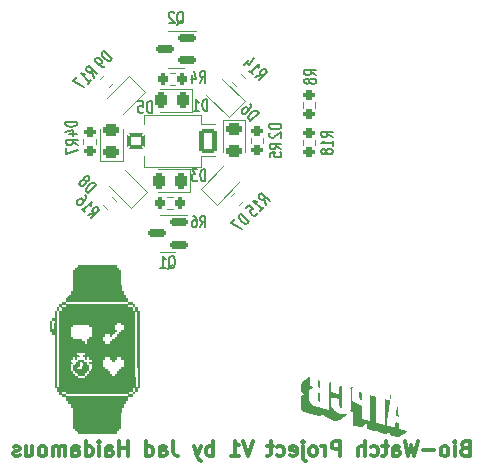
<source format=gbr>
%TF.GenerationSoftware,KiCad,Pcbnew,7.0.9*%
%TF.CreationDate,2023-12-19T02:47:06+01:00*%
%TF.ProjectId,biosensorbox,62696f73-656e-4736-9f72-626f782e6b69,rev?*%
%TF.SameCoordinates,Original*%
%TF.FileFunction,Legend,Bot*%
%TF.FilePolarity,Positive*%
%FSLAX46Y46*%
G04 Gerber Fmt 4.6, Leading zero omitted, Abs format (unit mm)*
G04 Created by KiCad (PCBNEW 7.0.9) date 2023-12-19 02:47:06*
%MOMM*%
%LPD*%
G01*
G04 APERTURE LIST*
G04 Aperture macros list*
%AMRoundRect*
0 Rectangle with rounded corners*
0 $1 Rounding radius*
0 $2 $3 $4 $5 $6 $7 $8 $9 X,Y pos of 4 corners*
0 Add a 4 corners polygon primitive as box body*
4,1,4,$2,$3,$4,$5,$6,$7,$8,$9,$2,$3,0*
0 Add four circle primitives for the rounded corners*
1,1,$1+$1,$2,$3*
1,1,$1+$1,$4,$5*
1,1,$1+$1,$6,$7*
1,1,$1+$1,$8,$9*
0 Add four rect primitives between the rounded corners*
20,1,$1+$1,$2,$3,$4,$5,0*
20,1,$1+$1,$4,$5,$6,$7,0*
20,1,$1+$1,$6,$7,$8,$9,0*
20,1,$1+$1,$8,$9,$2,$3,0*%
G04 Aperture macros list end*
%ADD10C,0.300000*%
%ADD11C,0.150000*%
%ADD12C,0.120000*%
%ADD13RoundRect,0.243750X-0.150260X0.494975X-0.494975X0.150260X0.150260X-0.494975X0.494975X-0.150260X0*%
%ADD14RoundRect,0.243750X0.494975X0.150260X0.150260X0.494975X-0.494975X-0.150260X-0.150260X-0.494975X0*%
%ADD15RoundRect,0.243750X0.150260X-0.494975X0.494975X-0.150260X-0.150260X0.494975X-0.494975X0.150260X0*%
%ADD16RoundRect,0.243750X0.456250X-0.243750X0.456250X0.243750X-0.456250X0.243750X-0.456250X-0.243750X0*%
%ADD17RoundRect,0.243750X0.243750X0.456250X-0.243750X0.456250X-0.243750X-0.456250X0.243750X-0.456250X0*%
%ADD18RoundRect,0.243750X-0.456250X0.243750X-0.456250X-0.243750X0.456250X-0.243750X0.456250X0.243750X0*%
%ADD19R,1.700000X1.700000*%
%ADD20O,1.700000X1.700000*%
%ADD21C,0.900000*%
%ADD22RoundRect,0.200000X0.053033X-0.335876X0.335876X-0.053033X-0.053033X0.335876X-0.335876X0.053033X0*%
%ADD23RoundRect,0.187500X-0.562500X-0.862500X0.562500X-0.862500X0.562500X0.862500X-0.562500X0.862500X0*%
%ADD24RoundRect,0.162500X-0.587500X-0.487500X0.587500X-0.487500X0.587500X0.487500X-0.587500X0.487500X0*%
%ADD25RoundRect,0.175000X-0.525000X-0.825000X0.525000X-0.825000X0.525000X0.825000X-0.525000X0.825000X0*%
%ADD26RoundRect,0.150000X-0.550000X-0.450000X0.550000X-0.450000X0.550000X0.450000X-0.550000X0.450000X0*%
%ADD27RoundRect,0.200000X-0.200000X-0.275000X0.200000X-0.275000X0.200000X0.275000X-0.200000X0.275000X0*%
%ADD28RoundRect,0.200000X-0.275000X0.200000X-0.275000X-0.200000X0.275000X-0.200000X0.275000X0.200000X0*%
%ADD29RoundRect,0.200000X-0.053033X0.335876X-0.335876X0.053033X0.053033X-0.335876X0.335876X-0.053033X0*%
%ADD30RoundRect,0.150000X0.587500X0.150000X-0.587500X0.150000X-0.587500X-0.150000X0.587500X-0.150000X0*%
%ADD31RoundRect,0.200000X0.275000X-0.200000X0.275000X0.200000X-0.275000X0.200000X-0.275000X-0.200000X0*%
%ADD32RoundRect,0.200000X-0.335876X-0.053033X-0.053033X-0.335876X0.335876X0.053033X0.053033X0.335876X0*%
G04 APERTURE END LIST*
D10*
X157988346Y-101666661D02*
X157809774Y-101726185D01*
X157809774Y-101726185D02*
X157750251Y-101785709D01*
X157750251Y-101785709D02*
X157690727Y-101904757D01*
X157690727Y-101904757D02*
X157690727Y-102083328D01*
X157690727Y-102083328D02*
X157750251Y-102202376D01*
X157750251Y-102202376D02*
X157809774Y-102261900D01*
X157809774Y-102261900D02*
X157928822Y-102321423D01*
X157928822Y-102321423D02*
X158405012Y-102321423D01*
X158405012Y-102321423D02*
X158405012Y-101071423D01*
X158405012Y-101071423D02*
X157988346Y-101071423D01*
X157988346Y-101071423D02*
X157869298Y-101130947D01*
X157869298Y-101130947D02*
X157809774Y-101190471D01*
X157809774Y-101190471D02*
X157750251Y-101309519D01*
X157750251Y-101309519D02*
X157750251Y-101428566D01*
X157750251Y-101428566D02*
X157809774Y-101547614D01*
X157809774Y-101547614D02*
X157869298Y-101607138D01*
X157869298Y-101607138D02*
X157988346Y-101666661D01*
X157988346Y-101666661D02*
X158405012Y-101666661D01*
X157155012Y-102321423D02*
X157155012Y-101488090D01*
X157155012Y-101071423D02*
X157214536Y-101130947D01*
X157214536Y-101130947D02*
X157155012Y-101190471D01*
X157155012Y-101190471D02*
X157095489Y-101130947D01*
X157095489Y-101130947D02*
X157155012Y-101071423D01*
X157155012Y-101071423D02*
X157155012Y-101190471D01*
X156381203Y-102321423D02*
X156500251Y-102261900D01*
X156500251Y-102261900D02*
X156559774Y-102202376D01*
X156559774Y-102202376D02*
X156619298Y-102083328D01*
X156619298Y-102083328D02*
X156619298Y-101726185D01*
X156619298Y-101726185D02*
X156559774Y-101607138D01*
X156559774Y-101607138D02*
X156500251Y-101547614D01*
X156500251Y-101547614D02*
X156381203Y-101488090D01*
X156381203Y-101488090D02*
X156202632Y-101488090D01*
X156202632Y-101488090D02*
X156083584Y-101547614D01*
X156083584Y-101547614D02*
X156024060Y-101607138D01*
X156024060Y-101607138D02*
X155964536Y-101726185D01*
X155964536Y-101726185D02*
X155964536Y-102083328D01*
X155964536Y-102083328D02*
X156024060Y-102202376D01*
X156024060Y-102202376D02*
X156083584Y-102261900D01*
X156083584Y-102261900D02*
X156202632Y-102321423D01*
X156202632Y-102321423D02*
X156381203Y-102321423D01*
X155428822Y-101845233D02*
X154476442Y-101845233D01*
X154000251Y-101071423D02*
X153702632Y-102321423D01*
X153702632Y-102321423D02*
X153464537Y-101428566D01*
X153464537Y-101428566D02*
X153226442Y-102321423D01*
X153226442Y-102321423D02*
X152928823Y-101071423D01*
X151916918Y-102321423D02*
X151916918Y-101666661D01*
X151916918Y-101666661D02*
X151976442Y-101547614D01*
X151976442Y-101547614D02*
X152095490Y-101488090D01*
X152095490Y-101488090D02*
X152333585Y-101488090D01*
X152333585Y-101488090D02*
X152452632Y-101547614D01*
X151916918Y-102261900D02*
X152035966Y-102321423D01*
X152035966Y-102321423D02*
X152333585Y-102321423D01*
X152333585Y-102321423D02*
X152452632Y-102261900D01*
X152452632Y-102261900D02*
X152512156Y-102142852D01*
X152512156Y-102142852D02*
X152512156Y-102023804D01*
X152512156Y-102023804D02*
X152452632Y-101904757D01*
X152452632Y-101904757D02*
X152333585Y-101845233D01*
X152333585Y-101845233D02*
X152035966Y-101845233D01*
X152035966Y-101845233D02*
X151916918Y-101785709D01*
X151500252Y-101488090D02*
X151024061Y-101488090D01*
X151321680Y-101071423D02*
X151321680Y-102142852D01*
X151321680Y-102142852D02*
X151262157Y-102261900D01*
X151262157Y-102261900D02*
X151143109Y-102321423D01*
X151143109Y-102321423D02*
X151024061Y-102321423D01*
X150071680Y-102261900D02*
X150190728Y-102321423D01*
X150190728Y-102321423D02*
X150428823Y-102321423D01*
X150428823Y-102321423D02*
X150547871Y-102261900D01*
X150547871Y-102261900D02*
X150607394Y-102202376D01*
X150607394Y-102202376D02*
X150666918Y-102083328D01*
X150666918Y-102083328D02*
X150666918Y-101726185D01*
X150666918Y-101726185D02*
X150607394Y-101607138D01*
X150607394Y-101607138D02*
X150547871Y-101547614D01*
X150547871Y-101547614D02*
X150428823Y-101488090D01*
X150428823Y-101488090D02*
X150190728Y-101488090D01*
X150190728Y-101488090D02*
X150071680Y-101547614D01*
X149535965Y-102321423D02*
X149535965Y-101071423D01*
X149000251Y-102321423D02*
X149000251Y-101666661D01*
X149000251Y-101666661D02*
X149059775Y-101547614D01*
X149059775Y-101547614D02*
X149178823Y-101488090D01*
X149178823Y-101488090D02*
X149357394Y-101488090D01*
X149357394Y-101488090D02*
X149476442Y-101547614D01*
X149476442Y-101547614D02*
X149535965Y-101607138D01*
X147452632Y-102321423D02*
X147452632Y-101071423D01*
X147452632Y-101071423D02*
X146976442Y-101071423D01*
X146976442Y-101071423D02*
X146857394Y-101130947D01*
X146857394Y-101130947D02*
X146797871Y-101190471D01*
X146797871Y-101190471D02*
X146738347Y-101309519D01*
X146738347Y-101309519D02*
X146738347Y-101488090D01*
X146738347Y-101488090D02*
X146797871Y-101607138D01*
X146797871Y-101607138D02*
X146857394Y-101666661D01*
X146857394Y-101666661D02*
X146976442Y-101726185D01*
X146976442Y-101726185D02*
X147452632Y-101726185D01*
X146202632Y-102321423D02*
X146202632Y-101488090D01*
X146202632Y-101726185D02*
X146143109Y-101607138D01*
X146143109Y-101607138D02*
X146083585Y-101547614D01*
X146083585Y-101547614D02*
X145964537Y-101488090D01*
X145964537Y-101488090D02*
X145845490Y-101488090D01*
X145250251Y-102321423D02*
X145369299Y-102261900D01*
X145369299Y-102261900D02*
X145428822Y-102202376D01*
X145428822Y-102202376D02*
X145488346Y-102083328D01*
X145488346Y-102083328D02*
X145488346Y-101726185D01*
X145488346Y-101726185D02*
X145428822Y-101607138D01*
X145428822Y-101607138D02*
X145369299Y-101547614D01*
X145369299Y-101547614D02*
X145250251Y-101488090D01*
X145250251Y-101488090D02*
X145071680Y-101488090D01*
X145071680Y-101488090D02*
X144952632Y-101547614D01*
X144952632Y-101547614D02*
X144893108Y-101607138D01*
X144893108Y-101607138D02*
X144833584Y-101726185D01*
X144833584Y-101726185D02*
X144833584Y-102083328D01*
X144833584Y-102083328D02*
X144893108Y-102202376D01*
X144893108Y-102202376D02*
X144952632Y-102261900D01*
X144952632Y-102261900D02*
X145071680Y-102321423D01*
X145071680Y-102321423D02*
X145250251Y-102321423D01*
X144297870Y-101488090D02*
X144297870Y-102559519D01*
X144297870Y-102559519D02*
X144357394Y-102678566D01*
X144357394Y-102678566D02*
X144476442Y-102738090D01*
X144476442Y-102738090D02*
X144535966Y-102738090D01*
X144297870Y-101071423D02*
X144357394Y-101130947D01*
X144357394Y-101130947D02*
X144297870Y-101190471D01*
X144297870Y-101190471D02*
X144238347Y-101130947D01*
X144238347Y-101130947D02*
X144297870Y-101071423D01*
X144297870Y-101071423D02*
X144297870Y-101190471D01*
X143226442Y-102261900D02*
X143345490Y-102321423D01*
X143345490Y-102321423D02*
X143583585Y-102321423D01*
X143583585Y-102321423D02*
X143702632Y-102261900D01*
X143702632Y-102261900D02*
X143762156Y-102142852D01*
X143762156Y-102142852D02*
X143762156Y-101666661D01*
X143762156Y-101666661D02*
X143702632Y-101547614D01*
X143702632Y-101547614D02*
X143583585Y-101488090D01*
X143583585Y-101488090D02*
X143345490Y-101488090D01*
X143345490Y-101488090D02*
X143226442Y-101547614D01*
X143226442Y-101547614D02*
X143166918Y-101666661D01*
X143166918Y-101666661D02*
X143166918Y-101785709D01*
X143166918Y-101785709D02*
X143762156Y-101904757D01*
X142095489Y-102261900D02*
X142214537Y-102321423D01*
X142214537Y-102321423D02*
X142452632Y-102321423D01*
X142452632Y-102321423D02*
X142571680Y-102261900D01*
X142571680Y-102261900D02*
X142631203Y-102202376D01*
X142631203Y-102202376D02*
X142690727Y-102083328D01*
X142690727Y-102083328D02*
X142690727Y-101726185D01*
X142690727Y-101726185D02*
X142631203Y-101607138D01*
X142631203Y-101607138D02*
X142571680Y-101547614D01*
X142571680Y-101547614D02*
X142452632Y-101488090D01*
X142452632Y-101488090D02*
X142214537Y-101488090D01*
X142214537Y-101488090D02*
X142095489Y-101547614D01*
X141738346Y-101488090D02*
X141262155Y-101488090D01*
X141559774Y-101071423D02*
X141559774Y-102142852D01*
X141559774Y-102142852D02*
X141500251Y-102261900D01*
X141500251Y-102261900D02*
X141381203Y-102321423D01*
X141381203Y-102321423D02*
X141262155Y-102321423D01*
X140071679Y-101071423D02*
X139655012Y-102321423D01*
X139655012Y-102321423D02*
X139238346Y-101071423D01*
X138166917Y-102321423D02*
X138881202Y-102321423D01*
X138524059Y-102321423D02*
X138524059Y-101071423D01*
X138524059Y-101071423D02*
X138643107Y-101249995D01*
X138643107Y-101249995D02*
X138762155Y-101369042D01*
X138762155Y-101369042D02*
X138881202Y-101428566D01*
X136678821Y-102321423D02*
X136678821Y-101071423D01*
X136678821Y-101547614D02*
X136559774Y-101488090D01*
X136559774Y-101488090D02*
X136321679Y-101488090D01*
X136321679Y-101488090D02*
X136202631Y-101547614D01*
X136202631Y-101547614D02*
X136143107Y-101607138D01*
X136143107Y-101607138D02*
X136083583Y-101726185D01*
X136083583Y-101726185D02*
X136083583Y-102083328D01*
X136083583Y-102083328D02*
X136143107Y-102202376D01*
X136143107Y-102202376D02*
X136202631Y-102261900D01*
X136202631Y-102261900D02*
X136321679Y-102321423D01*
X136321679Y-102321423D02*
X136559774Y-102321423D01*
X136559774Y-102321423D02*
X136678821Y-102261900D01*
X135666917Y-101488090D02*
X135369298Y-102321423D01*
X135071679Y-101488090D02*
X135369298Y-102321423D01*
X135369298Y-102321423D02*
X135488346Y-102619042D01*
X135488346Y-102619042D02*
X135547869Y-102678566D01*
X135547869Y-102678566D02*
X135666917Y-102738090D01*
X133285965Y-101071423D02*
X133285965Y-101964280D01*
X133285965Y-101964280D02*
X133345488Y-102142852D01*
X133345488Y-102142852D02*
X133464536Y-102261900D01*
X133464536Y-102261900D02*
X133643107Y-102321423D01*
X133643107Y-102321423D02*
X133762155Y-102321423D01*
X132155012Y-102321423D02*
X132155012Y-101666661D01*
X132155012Y-101666661D02*
X132214536Y-101547614D01*
X132214536Y-101547614D02*
X132333584Y-101488090D01*
X132333584Y-101488090D02*
X132571679Y-101488090D01*
X132571679Y-101488090D02*
X132690726Y-101547614D01*
X132155012Y-102261900D02*
X132274060Y-102321423D01*
X132274060Y-102321423D02*
X132571679Y-102321423D01*
X132571679Y-102321423D02*
X132690726Y-102261900D01*
X132690726Y-102261900D02*
X132750250Y-102142852D01*
X132750250Y-102142852D02*
X132750250Y-102023804D01*
X132750250Y-102023804D02*
X132690726Y-101904757D01*
X132690726Y-101904757D02*
X132571679Y-101845233D01*
X132571679Y-101845233D02*
X132274060Y-101845233D01*
X132274060Y-101845233D02*
X132155012Y-101785709D01*
X131024060Y-102321423D02*
X131024060Y-101071423D01*
X131024060Y-102261900D02*
X131143108Y-102321423D01*
X131143108Y-102321423D02*
X131381203Y-102321423D01*
X131381203Y-102321423D02*
X131500251Y-102261900D01*
X131500251Y-102261900D02*
X131559774Y-102202376D01*
X131559774Y-102202376D02*
X131619298Y-102083328D01*
X131619298Y-102083328D02*
X131619298Y-101726185D01*
X131619298Y-101726185D02*
X131559774Y-101607138D01*
X131559774Y-101607138D02*
X131500251Y-101547614D01*
X131500251Y-101547614D02*
X131381203Y-101488090D01*
X131381203Y-101488090D02*
X131143108Y-101488090D01*
X131143108Y-101488090D02*
X131024060Y-101547614D01*
X129476441Y-102321423D02*
X129476441Y-101071423D01*
X129476441Y-101666661D02*
X128762156Y-101666661D01*
X128762156Y-102321423D02*
X128762156Y-101071423D01*
X127631203Y-102321423D02*
X127631203Y-101666661D01*
X127631203Y-101666661D02*
X127690727Y-101547614D01*
X127690727Y-101547614D02*
X127809775Y-101488090D01*
X127809775Y-101488090D02*
X128047870Y-101488090D01*
X128047870Y-101488090D02*
X128166917Y-101547614D01*
X127631203Y-102261900D02*
X127750251Y-102321423D01*
X127750251Y-102321423D02*
X128047870Y-102321423D01*
X128047870Y-102321423D02*
X128166917Y-102261900D01*
X128166917Y-102261900D02*
X128226441Y-102142852D01*
X128226441Y-102142852D02*
X128226441Y-102023804D01*
X128226441Y-102023804D02*
X128166917Y-101904757D01*
X128166917Y-101904757D02*
X128047870Y-101845233D01*
X128047870Y-101845233D02*
X127750251Y-101845233D01*
X127750251Y-101845233D02*
X127631203Y-101785709D01*
X127035965Y-102321423D02*
X127035965Y-101488090D01*
X127035965Y-101071423D02*
X127095489Y-101130947D01*
X127095489Y-101130947D02*
X127035965Y-101190471D01*
X127035965Y-101190471D02*
X126976442Y-101130947D01*
X126976442Y-101130947D02*
X127035965Y-101071423D01*
X127035965Y-101071423D02*
X127035965Y-101190471D01*
X125905013Y-102321423D02*
X125905013Y-101071423D01*
X125905013Y-102261900D02*
X126024061Y-102321423D01*
X126024061Y-102321423D02*
X126262156Y-102321423D01*
X126262156Y-102321423D02*
X126381204Y-102261900D01*
X126381204Y-102261900D02*
X126440727Y-102202376D01*
X126440727Y-102202376D02*
X126500251Y-102083328D01*
X126500251Y-102083328D02*
X126500251Y-101726185D01*
X126500251Y-101726185D02*
X126440727Y-101607138D01*
X126440727Y-101607138D02*
X126381204Y-101547614D01*
X126381204Y-101547614D02*
X126262156Y-101488090D01*
X126262156Y-101488090D02*
X126024061Y-101488090D01*
X126024061Y-101488090D02*
X125905013Y-101547614D01*
X124774061Y-102321423D02*
X124774061Y-101666661D01*
X124774061Y-101666661D02*
X124833585Y-101547614D01*
X124833585Y-101547614D02*
X124952633Y-101488090D01*
X124952633Y-101488090D02*
X125190728Y-101488090D01*
X125190728Y-101488090D02*
X125309775Y-101547614D01*
X124774061Y-102261900D02*
X124893109Y-102321423D01*
X124893109Y-102321423D02*
X125190728Y-102321423D01*
X125190728Y-102321423D02*
X125309775Y-102261900D01*
X125309775Y-102261900D02*
X125369299Y-102142852D01*
X125369299Y-102142852D02*
X125369299Y-102023804D01*
X125369299Y-102023804D02*
X125309775Y-101904757D01*
X125309775Y-101904757D02*
X125190728Y-101845233D01*
X125190728Y-101845233D02*
X124893109Y-101845233D01*
X124893109Y-101845233D02*
X124774061Y-101785709D01*
X124178823Y-102321423D02*
X124178823Y-101488090D01*
X124178823Y-101607138D02*
X124119300Y-101547614D01*
X124119300Y-101547614D02*
X124000252Y-101488090D01*
X124000252Y-101488090D02*
X123821681Y-101488090D01*
X123821681Y-101488090D02*
X123702633Y-101547614D01*
X123702633Y-101547614D02*
X123643109Y-101666661D01*
X123643109Y-101666661D02*
X123643109Y-102321423D01*
X123643109Y-101666661D02*
X123583585Y-101547614D01*
X123583585Y-101547614D02*
X123464538Y-101488090D01*
X123464538Y-101488090D02*
X123285966Y-101488090D01*
X123285966Y-101488090D02*
X123166919Y-101547614D01*
X123166919Y-101547614D02*
X123107395Y-101666661D01*
X123107395Y-101666661D02*
X123107395Y-102321423D01*
X122333585Y-102321423D02*
X122452633Y-102261900D01*
X122452633Y-102261900D02*
X122512156Y-102202376D01*
X122512156Y-102202376D02*
X122571680Y-102083328D01*
X122571680Y-102083328D02*
X122571680Y-101726185D01*
X122571680Y-101726185D02*
X122512156Y-101607138D01*
X122512156Y-101607138D02*
X122452633Y-101547614D01*
X122452633Y-101547614D02*
X122333585Y-101488090D01*
X122333585Y-101488090D02*
X122155014Y-101488090D01*
X122155014Y-101488090D02*
X122035966Y-101547614D01*
X122035966Y-101547614D02*
X121976442Y-101607138D01*
X121976442Y-101607138D02*
X121916918Y-101726185D01*
X121916918Y-101726185D02*
X121916918Y-102083328D01*
X121916918Y-102083328D02*
X121976442Y-102202376D01*
X121976442Y-102202376D02*
X122035966Y-102261900D01*
X122035966Y-102261900D02*
X122155014Y-102321423D01*
X122155014Y-102321423D02*
X122333585Y-102321423D01*
X120845490Y-101488090D02*
X120845490Y-102321423D01*
X121381204Y-101488090D02*
X121381204Y-102142852D01*
X121381204Y-102142852D02*
X121321681Y-102261900D01*
X121321681Y-102261900D02*
X121202633Y-102321423D01*
X121202633Y-102321423D02*
X121024062Y-102321423D01*
X121024062Y-102321423D02*
X120905014Y-102261900D01*
X120905014Y-102261900D02*
X120845490Y-102202376D01*
X120309776Y-102261900D02*
X120190729Y-102321423D01*
X120190729Y-102321423D02*
X119952633Y-102321423D01*
X119952633Y-102321423D02*
X119833586Y-102261900D01*
X119833586Y-102261900D02*
X119774062Y-102142852D01*
X119774062Y-102142852D02*
X119774062Y-102083328D01*
X119774062Y-102083328D02*
X119833586Y-101964280D01*
X119833586Y-101964280D02*
X119952633Y-101904757D01*
X119952633Y-101904757D02*
X120131205Y-101904757D01*
X120131205Y-101904757D02*
X120250252Y-101845233D01*
X120250252Y-101845233D02*
X120309776Y-101726185D01*
X120309776Y-101726185D02*
X120309776Y-101666661D01*
X120309776Y-101666661D02*
X120250252Y-101547614D01*
X120250252Y-101547614D02*
X120131205Y-101488090D01*
X120131205Y-101488090D02*
X119952633Y-101488090D01*
X119952633Y-101488090D02*
X119833586Y-101547614D01*
D11*
X128123039Y-68710171D02*
X127415933Y-68003064D01*
X127415933Y-68003064D02*
X127289663Y-68129333D01*
X127289663Y-68129333D02*
X127247574Y-68238766D01*
X127247574Y-68238766D02*
X127264410Y-68356618D01*
X127264410Y-68356618D02*
X127306499Y-68449215D01*
X127306499Y-68449215D02*
X127415933Y-68609156D01*
X127415933Y-68609156D02*
X127516948Y-68710171D01*
X127516948Y-68710171D02*
X127676889Y-68819604D01*
X127676889Y-68819604D02*
X127769486Y-68861694D01*
X127769486Y-68861694D02*
X127887337Y-68878530D01*
X127887337Y-68878530D02*
X127996770Y-68836440D01*
X127996770Y-68836440D02*
X128123039Y-68710171D01*
X127567455Y-69265755D02*
X127466440Y-69366770D01*
X127466440Y-69366770D02*
X127382261Y-69383606D01*
X127382261Y-69383606D02*
X127323335Y-69375188D01*
X127323335Y-69375188D02*
X127171812Y-69324680D01*
X127171812Y-69324680D02*
X127011872Y-69215247D01*
X127011872Y-69215247D02*
X126742498Y-68945873D01*
X126742498Y-68945873D02*
X126700408Y-68853276D01*
X126700408Y-68853276D02*
X126691990Y-68794350D01*
X126691990Y-68794350D02*
X126708826Y-68710171D01*
X126708826Y-68710171D02*
X126809841Y-68609156D01*
X126809841Y-68609156D02*
X126894020Y-68592320D01*
X126894020Y-68592320D02*
X126952946Y-68600738D01*
X126952946Y-68600738D02*
X127045543Y-68642827D01*
X127045543Y-68642827D02*
X127213902Y-68811186D01*
X127213902Y-68811186D02*
X127255992Y-68903783D01*
X127255992Y-68903783D02*
X127264410Y-68962709D01*
X127264410Y-68962709D02*
X127247574Y-69046888D01*
X127247574Y-69046888D02*
X127146559Y-69147904D01*
X127146559Y-69147904D02*
X127062379Y-69164740D01*
X127062379Y-69164740D02*
X127003454Y-69156322D01*
X127003454Y-69156322D02*
X126910856Y-69114232D01*
X126099828Y-80053039D02*
X126806935Y-79345933D01*
X126806935Y-79345933D02*
X126680666Y-79219663D01*
X126680666Y-79219663D02*
X126571233Y-79177574D01*
X126571233Y-79177574D02*
X126453381Y-79194410D01*
X126453381Y-79194410D02*
X126360784Y-79236499D01*
X126360784Y-79236499D02*
X126200843Y-79345933D01*
X126200843Y-79345933D02*
X126099828Y-79446948D01*
X126099828Y-79446948D02*
X125990395Y-79606889D01*
X125990395Y-79606889D02*
X125948305Y-79699486D01*
X125948305Y-79699486D02*
X125931469Y-79817337D01*
X125931469Y-79817337D02*
X125973559Y-79926770D01*
X125973559Y-79926770D02*
X126099828Y-80053039D01*
X125897798Y-79042887D02*
X125981977Y-79059723D01*
X125981977Y-79059723D02*
X126040903Y-79051305D01*
X126040903Y-79051305D02*
X126133500Y-79009215D01*
X126133500Y-79009215D02*
X126167172Y-78975543D01*
X126167172Y-78975543D02*
X126209261Y-78882946D01*
X126209261Y-78882946D02*
X126217679Y-78824020D01*
X126217679Y-78824020D02*
X126200843Y-78739841D01*
X126200843Y-78739841D02*
X126099828Y-78638826D01*
X126099828Y-78638826D02*
X126015649Y-78621990D01*
X126015649Y-78621990D02*
X125956723Y-78630408D01*
X125956723Y-78630408D02*
X125864126Y-78672498D01*
X125864126Y-78672498D02*
X125830454Y-78706169D01*
X125830454Y-78706169D02*
X125788364Y-78798767D01*
X125788364Y-78798767D02*
X125779946Y-78857692D01*
X125779946Y-78857692D02*
X125796782Y-78941872D01*
X125796782Y-78941872D02*
X125897798Y-79042887D01*
X125897798Y-79042887D02*
X125914633Y-79127066D01*
X125914633Y-79127066D02*
X125906216Y-79185992D01*
X125906216Y-79185992D02*
X125864126Y-79278589D01*
X125864126Y-79278589D02*
X125729439Y-79413276D01*
X125729439Y-79413276D02*
X125636841Y-79455366D01*
X125636841Y-79455366D02*
X125577916Y-79463784D01*
X125577916Y-79463784D02*
X125493737Y-79446948D01*
X125493737Y-79446948D02*
X125392721Y-79345933D01*
X125392721Y-79345933D02*
X125375885Y-79261753D01*
X125375885Y-79261753D02*
X125384303Y-79202828D01*
X125384303Y-79202828D02*
X125426393Y-79110230D01*
X125426393Y-79110230D02*
X125561080Y-78975543D01*
X125561080Y-78975543D02*
X125653677Y-78933454D01*
X125653677Y-78933454D02*
X125712603Y-78925036D01*
X125712603Y-78925036D02*
X125796782Y-78941872D01*
X139753039Y-82500171D02*
X139045933Y-81793064D01*
X139045933Y-81793064D02*
X138919663Y-81919333D01*
X138919663Y-81919333D02*
X138877574Y-82028766D01*
X138877574Y-82028766D02*
X138894410Y-82146618D01*
X138894410Y-82146618D02*
X138936499Y-82239215D01*
X138936499Y-82239215D02*
X139045933Y-82399156D01*
X139045933Y-82399156D02*
X139146948Y-82500171D01*
X139146948Y-82500171D02*
X139306889Y-82609604D01*
X139306889Y-82609604D02*
X139399486Y-82651694D01*
X139399486Y-82651694D02*
X139517337Y-82668530D01*
X139517337Y-82668530D02*
X139626770Y-82626440D01*
X139626770Y-82626440D02*
X139753039Y-82500171D01*
X138566110Y-82272887D02*
X138212557Y-82626440D01*
X138212557Y-82626440D02*
X139146948Y-83106262D01*
X139829828Y-73953039D02*
X140536935Y-73245933D01*
X140536935Y-73245933D02*
X140410666Y-73119663D01*
X140410666Y-73119663D02*
X140301233Y-73077574D01*
X140301233Y-73077574D02*
X140183381Y-73094410D01*
X140183381Y-73094410D02*
X140090784Y-73136499D01*
X140090784Y-73136499D02*
X139930843Y-73245933D01*
X139930843Y-73245933D02*
X139829828Y-73346948D01*
X139829828Y-73346948D02*
X139720395Y-73506889D01*
X139720395Y-73506889D02*
X139678305Y-73599486D01*
X139678305Y-73599486D02*
X139661469Y-73717337D01*
X139661469Y-73717337D02*
X139703559Y-73826770D01*
X139703559Y-73826770D02*
X139829828Y-73953039D01*
X139779320Y-72488318D02*
X139880336Y-72589333D01*
X139880336Y-72589333D02*
X139897172Y-72673513D01*
X139897172Y-72673513D02*
X139888754Y-72732438D01*
X139888754Y-72732438D02*
X139838246Y-72883961D01*
X139838246Y-72883961D02*
X139728813Y-73043902D01*
X139728813Y-73043902D02*
X139459439Y-73313276D01*
X139459439Y-73313276D02*
X139366841Y-73355366D01*
X139366841Y-73355366D02*
X139307916Y-73363784D01*
X139307916Y-73363784D02*
X139223737Y-73346948D01*
X139223737Y-73346948D02*
X139122721Y-73245933D01*
X139122721Y-73245933D02*
X139105885Y-73161753D01*
X139105885Y-73161753D02*
X139114303Y-73102828D01*
X139114303Y-73102828D02*
X139156393Y-73010230D01*
X139156393Y-73010230D02*
X139324752Y-72841872D01*
X139324752Y-72841872D02*
X139417349Y-72799782D01*
X139417349Y-72799782D02*
X139476275Y-72791364D01*
X139476275Y-72791364D02*
X139560454Y-72808200D01*
X139560454Y-72808200D02*
X139661469Y-72909215D01*
X139661469Y-72909215D02*
X139678305Y-72993394D01*
X139678305Y-72993394D02*
X139669887Y-73052320D01*
X139669887Y-73052320D02*
X139627798Y-73144917D01*
X125184819Y-74016428D02*
X124184819Y-74016428D01*
X124184819Y-74016428D02*
X124184819Y-74194999D01*
X124184819Y-74194999D02*
X124232438Y-74302142D01*
X124232438Y-74302142D02*
X124327676Y-74373571D01*
X124327676Y-74373571D02*
X124422914Y-74409285D01*
X124422914Y-74409285D02*
X124613390Y-74444999D01*
X124613390Y-74444999D02*
X124756247Y-74444999D01*
X124756247Y-74444999D02*
X124946723Y-74409285D01*
X124946723Y-74409285D02*
X125041961Y-74373571D01*
X125041961Y-74373571D02*
X125137200Y-74302142D01*
X125137200Y-74302142D02*
X125184819Y-74194999D01*
X125184819Y-74194999D02*
X125184819Y-74016428D01*
X124518152Y-75087857D02*
X125184819Y-75087857D01*
X124137200Y-74909285D02*
X124851485Y-74730714D01*
X124851485Y-74730714D02*
X124851485Y-75194999D01*
X136043571Y-79054819D02*
X136043571Y-78054819D01*
X136043571Y-78054819D02*
X135865000Y-78054819D01*
X135865000Y-78054819D02*
X135757857Y-78102438D01*
X135757857Y-78102438D02*
X135686428Y-78197676D01*
X135686428Y-78197676D02*
X135650714Y-78292914D01*
X135650714Y-78292914D02*
X135615000Y-78483390D01*
X135615000Y-78483390D02*
X135615000Y-78626247D01*
X135615000Y-78626247D02*
X135650714Y-78816723D01*
X135650714Y-78816723D02*
X135686428Y-78911961D01*
X135686428Y-78911961D02*
X135757857Y-79007200D01*
X135757857Y-79007200D02*
X135865000Y-79054819D01*
X135865000Y-79054819D02*
X136043571Y-79054819D01*
X135365000Y-78054819D02*
X134900714Y-78054819D01*
X134900714Y-78054819D02*
X135150714Y-78435771D01*
X135150714Y-78435771D02*
X135043571Y-78435771D01*
X135043571Y-78435771D02*
X134972143Y-78483390D01*
X134972143Y-78483390D02*
X134936428Y-78531009D01*
X134936428Y-78531009D02*
X134900714Y-78626247D01*
X134900714Y-78626247D02*
X134900714Y-78864342D01*
X134900714Y-78864342D02*
X134936428Y-78959580D01*
X134936428Y-78959580D02*
X134972143Y-79007200D01*
X134972143Y-79007200D02*
X135043571Y-79054819D01*
X135043571Y-79054819D02*
X135257857Y-79054819D01*
X135257857Y-79054819D02*
X135329285Y-79007200D01*
X135329285Y-79007200D02*
X135365000Y-78959580D01*
X142454819Y-74246428D02*
X141454819Y-74246428D01*
X141454819Y-74246428D02*
X141454819Y-74424999D01*
X141454819Y-74424999D02*
X141502438Y-74532142D01*
X141502438Y-74532142D02*
X141597676Y-74603571D01*
X141597676Y-74603571D02*
X141692914Y-74639285D01*
X141692914Y-74639285D02*
X141883390Y-74674999D01*
X141883390Y-74674999D02*
X142026247Y-74674999D01*
X142026247Y-74674999D02*
X142216723Y-74639285D01*
X142216723Y-74639285D02*
X142311961Y-74603571D01*
X142311961Y-74603571D02*
X142407200Y-74532142D01*
X142407200Y-74532142D02*
X142454819Y-74424999D01*
X142454819Y-74424999D02*
X142454819Y-74246428D01*
X141550057Y-74960714D02*
X141502438Y-74996428D01*
X141502438Y-74996428D02*
X141454819Y-75067857D01*
X141454819Y-75067857D02*
X141454819Y-75246428D01*
X141454819Y-75246428D02*
X141502438Y-75317857D01*
X141502438Y-75317857D02*
X141550057Y-75353571D01*
X141550057Y-75353571D02*
X141645295Y-75389285D01*
X141645295Y-75389285D02*
X141740533Y-75389285D01*
X141740533Y-75389285D02*
X141883390Y-75353571D01*
X141883390Y-75353571D02*
X142454819Y-74924999D01*
X142454819Y-74924999D02*
X142454819Y-75389285D01*
X136193571Y-73114819D02*
X136193571Y-72114819D01*
X136193571Y-72114819D02*
X136015000Y-72114819D01*
X136015000Y-72114819D02*
X135907857Y-72162438D01*
X135907857Y-72162438D02*
X135836428Y-72257676D01*
X135836428Y-72257676D02*
X135800714Y-72352914D01*
X135800714Y-72352914D02*
X135765000Y-72543390D01*
X135765000Y-72543390D02*
X135765000Y-72686247D01*
X135765000Y-72686247D02*
X135800714Y-72876723D01*
X135800714Y-72876723D02*
X135836428Y-72971961D01*
X135836428Y-72971961D02*
X135907857Y-73067200D01*
X135907857Y-73067200D02*
X136015000Y-73114819D01*
X136015000Y-73114819D02*
X136193571Y-73114819D01*
X135050714Y-73114819D02*
X135479285Y-73114819D01*
X135265000Y-73114819D02*
X135265000Y-72114819D01*
X135265000Y-72114819D02*
X135336428Y-72257676D01*
X135336428Y-72257676D02*
X135407857Y-72352914D01*
X135407857Y-72352914D02*
X135479285Y-72400533D01*
X126572532Y-70280678D02*
X126412591Y-69767184D01*
X126875578Y-69977633D02*
X126168471Y-69270526D01*
X126168471Y-69270526D02*
X125966440Y-69472556D01*
X125966440Y-69472556D02*
X125949604Y-69556736D01*
X125949604Y-69556736D02*
X125958022Y-69615661D01*
X125958022Y-69615661D02*
X126000112Y-69708259D01*
X126000112Y-69708259D02*
X126101127Y-69809274D01*
X126101127Y-69809274D02*
X126193725Y-69851364D01*
X126193725Y-69851364D02*
X126252650Y-69859782D01*
X126252650Y-69859782D02*
X126336830Y-69842946D01*
X126336830Y-69842946D02*
X126538860Y-69640915D01*
X126067456Y-70785755D02*
X126370501Y-70482709D01*
X126218978Y-70634232D02*
X125511872Y-69927125D01*
X125511872Y-69927125D02*
X125663395Y-69977633D01*
X125663395Y-69977633D02*
X125781246Y-69994469D01*
X125781246Y-69994469D02*
X125865425Y-69977633D01*
X125183572Y-70255425D02*
X124830018Y-70608978D01*
X124830018Y-70608978D02*
X125764410Y-71088801D01*
X131483571Y-73274819D02*
X131483571Y-72274819D01*
X131483571Y-72274819D02*
X131305000Y-72274819D01*
X131305000Y-72274819D02*
X131197857Y-72322438D01*
X131197857Y-72322438D02*
X131126428Y-72417676D01*
X131126428Y-72417676D02*
X131090714Y-72512914D01*
X131090714Y-72512914D02*
X131055000Y-72703390D01*
X131055000Y-72703390D02*
X131055000Y-72846247D01*
X131055000Y-72846247D02*
X131090714Y-73036723D01*
X131090714Y-73036723D02*
X131126428Y-73131961D01*
X131126428Y-73131961D02*
X131197857Y-73227200D01*
X131197857Y-73227200D02*
X131305000Y-73274819D01*
X131305000Y-73274819D02*
X131483571Y-73274819D01*
X130376428Y-72274819D02*
X130733571Y-72274819D01*
X130733571Y-72274819D02*
X130769285Y-72751009D01*
X130769285Y-72751009D02*
X130733571Y-72703390D01*
X130733571Y-72703390D02*
X130662143Y-72655771D01*
X130662143Y-72655771D02*
X130483571Y-72655771D01*
X130483571Y-72655771D02*
X130412143Y-72703390D01*
X130412143Y-72703390D02*
X130376428Y-72751009D01*
X130376428Y-72751009D02*
X130340714Y-72846247D01*
X130340714Y-72846247D02*
X130340714Y-73084342D01*
X130340714Y-73084342D02*
X130376428Y-73179580D01*
X130376428Y-73179580D02*
X130412143Y-73227200D01*
X130412143Y-73227200D02*
X130483571Y-73274819D01*
X130483571Y-73274819D02*
X130662143Y-73274819D01*
X130662143Y-73274819D02*
X130733571Y-73227200D01*
X130733571Y-73227200D02*
X130769285Y-73179580D01*
X135595000Y-82974819D02*
X135845000Y-82498628D01*
X136023571Y-82974819D02*
X136023571Y-81974819D01*
X136023571Y-81974819D02*
X135737857Y-81974819D01*
X135737857Y-81974819D02*
X135666428Y-82022438D01*
X135666428Y-82022438D02*
X135630714Y-82070057D01*
X135630714Y-82070057D02*
X135595000Y-82165295D01*
X135595000Y-82165295D02*
X135595000Y-82308152D01*
X135595000Y-82308152D02*
X135630714Y-82403390D01*
X135630714Y-82403390D02*
X135666428Y-82451009D01*
X135666428Y-82451009D02*
X135737857Y-82498628D01*
X135737857Y-82498628D02*
X136023571Y-82498628D01*
X134952143Y-81974819D02*
X135095000Y-81974819D01*
X135095000Y-81974819D02*
X135166428Y-82022438D01*
X135166428Y-82022438D02*
X135202143Y-82070057D01*
X135202143Y-82070057D02*
X135273571Y-82212914D01*
X135273571Y-82212914D02*
X135309285Y-82403390D01*
X135309285Y-82403390D02*
X135309285Y-82784342D01*
X135309285Y-82784342D02*
X135273571Y-82879580D01*
X135273571Y-82879580D02*
X135237857Y-82927200D01*
X135237857Y-82927200D02*
X135166428Y-82974819D01*
X135166428Y-82974819D02*
X135023571Y-82974819D01*
X135023571Y-82974819D02*
X134952143Y-82927200D01*
X134952143Y-82927200D02*
X134916428Y-82879580D01*
X134916428Y-82879580D02*
X134880714Y-82784342D01*
X134880714Y-82784342D02*
X134880714Y-82546247D01*
X134880714Y-82546247D02*
X134916428Y-82451009D01*
X134916428Y-82451009D02*
X134952143Y-82403390D01*
X134952143Y-82403390D02*
X135023571Y-82355771D01*
X135023571Y-82355771D02*
X135166428Y-82355771D01*
X135166428Y-82355771D02*
X135237857Y-82403390D01*
X135237857Y-82403390D02*
X135273571Y-82451009D01*
X135273571Y-82451009D02*
X135309285Y-82546247D01*
X146824819Y-75327856D02*
X146348628Y-75077856D01*
X146824819Y-74899285D02*
X145824819Y-74899285D01*
X145824819Y-74899285D02*
X145824819Y-75184999D01*
X145824819Y-75184999D02*
X145872438Y-75256428D01*
X145872438Y-75256428D02*
X145920057Y-75292142D01*
X145920057Y-75292142D02*
X146015295Y-75327856D01*
X146015295Y-75327856D02*
X146158152Y-75327856D01*
X146158152Y-75327856D02*
X146253390Y-75292142D01*
X146253390Y-75292142D02*
X146301009Y-75256428D01*
X146301009Y-75256428D02*
X146348628Y-75184999D01*
X146348628Y-75184999D02*
X146348628Y-74899285D01*
X146824819Y-76042142D02*
X146824819Y-75613571D01*
X146824819Y-75827856D02*
X145824819Y-75827856D01*
X145824819Y-75827856D02*
X145967676Y-75756428D01*
X145967676Y-75756428D02*
X146062914Y-75684999D01*
X146062914Y-75684999D02*
X146110533Y-75613571D01*
X146253390Y-76470714D02*
X146205771Y-76399285D01*
X146205771Y-76399285D02*
X146158152Y-76363571D01*
X146158152Y-76363571D02*
X146062914Y-76327857D01*
X146062914Y-76327857D02*
X146015295Y-76327857D01*
X146015295Y-76327857D02*
X145920057Y-76363571D01*
X145920057Y-76363571D02*
X145872438Y-76399285D01*
X145872438Y-76399285D02*
X145824819Y-76470714D01*
X145824819Y-76470714D02*
X145824819Y-76613571D01*
X145824819Y-76613571D02*
X145872438Y-76685000D01*
X145872438Y-76685000D02*
X145920057Y-76720714D01*
X145920057Y-76720714D02*
X146015295Y-76756428D01*
X146015295Y-76756428D02*
X146062914Y-76756428D01*
X146062914Y-76756428D02*
X146158152Y-76720714D01*
X146158152Y-76720714D02*
X146205771Y-76685000D01*
X146205771Y-76685000D02*
X146253390Y-76613571D01*
X146253390Y-76613571D02*
X146253390Y-76470714D01*
X146253390Y-76470714D02*
X146301009Y-76399285D01*
X146301009Y-76399285D02*
X146348628Y-76363571D01*
X146348628Y-76363571D02*
X146443866Y-76327857D01*
X146443866Y-76327857D02*
X146634342Y-76327857D01*
X146634342Y-76327857D02*
X146729580Y-76363571D01*
X146729580Y-76363571D02*
X146777200Y-76399285D01*
X146777200Y-76399285D02*
X146824819Y-76470714D01*
X146824819Y-76470714D02*
X146824819Y-76613571D01*
X146824819Y-76613571D02*
X146777200Y-76685000D01*
X146777200Y-76685000D02*
X146729580Y-76720714D01*
X146729580Y-76720714D02*
X146634342Y-76756428D01*
X146634342Y-76756428D02*
X146443866Y-76756428D01*
X146443866Y-76756428D02*
X146348628Y-76720714D01*
X146348628Y-76720714D02*
X146301009Y-76685000D01*
X146301009Y-76685000D02*
X146253390Y-76613571D01*
X125264819Y-75989999D02*
X124788628Y-75739999D01*
X125264819Y-75561428D02*
X124264819Y-75561428D01*
X124264819Y-75561428D02*
X124264819Y-75847142D01*
X124264819Y-75847142D02*
X124312438Y-75918571D01*
X124312438Y-75918571D02*
X124360057Y-75954285D01*
X124360057Y-75954285D02*
X124455295Y-75989999D01*
X124455295Y-75989999D02*
X124598152Y-75989999D01*
X124598152Y-75989999D02*
X124693390Y-75954285D01*
X124693390Y-75954285D02*
X124741009Y-75918571D01*
X124741009Y-75918571D02*
X124788628Y-75847142D01*
X124788628Y-75847142D02*
X124788628Y-75561428D01*
X124264819Y-76239999D02*
X124264819Y-76739999D01*
X124264819Y-76739999D02*
X125264819Y-76418571D01*
X141172532Y-81070678D02*
X141012591Y-80557184D01*
X141475578Y-80767633D02*
X140768471Y-80060526D01*
X140768471Y-80060526D02*
X140566440Y-80262556D01*
X140566440Y-80262556D02*
X140549604Y-80346736D01*
X140549604Y-80346736D02*
X140558022Y-80405661D01*
X140558022Y-80405661D02*
X140600112Y-80498259D01*
X140600112Y-80498259D02*
X140701127Y-80599274D01*
X140701127Y-80599274D02*
X140793725Y-80641364D01*
X140793725Y-80641364D02*
X140852650Y-80649782D01*
X140852650Y-80649782D02*
X140936830Y-80632946D01*
X140936830Y-80632946D02*
X141138860Y-80430915D01*
X140667456Y-81575755D02*
X140970501Y-81272709D01*
X140818978Y-81424232D02*
X140111872Y-80717125D01*
X140111872Y-80717125D02*
X140263395Y-80767633D01*
X140263395Y-80767633D02*
X140381246Y-80784469D01*
X140381246Y-80784469D02*
X140465425Y-80767633D01*
X139480526Y-81348471D02*
X139733064Y-81095932D01*
X139733064Y-81095932D02*
X140095036Y-81407396D01*
X140095036Y-81407396D02*
X140036110Y-81398978D01*
X140036110Y-81398978D02*
X139951931Y-81415814D01*
X139951931Y-81415814D02*
X139825662Y-81542083D01*
X139825662Y-81542083D02*
X139808826Y-81626263D01*
X139808826Y-81626263D02*
X139817244Y-81685188D01*
X139817244Y-81685188D02*
X139859333Y-81777785D01*
X139859333Y-81777785D02*
X140027692Y-81946144D01*
X140027692Y-81946144D02*
X140120289Y-81988234D01*
X140120289Y-81988234D02*
X140179215Y-81996652D01*
X140179215Y-81996652D02*
X140263394Y-81979816D01*
X140263394Y-81979816D02*
X140389663Y-81853547D01*
X140389663Y-81853547D02*
X140406499Y-81769367D01*
X140406499Y-81769367D02*
X140398081Y-81710442D01*
X133641428Y-65790057D02*
X133712857Y-65742438D01*
X133712857Y-65742438D02*
X133784285Y-65647200D01*
X133784285Y-65647200D02*
X133891428Y-65504342D01*
X133891428Y-65504342D02*
X133962857Y-65456723D01*
X133962857Y-65456723D02*
X134034285Y-65456723D01*
X133998571Y-65694819D02*
X134070000Y-65647200D01*
X134070000Y-65647200D02*
X134141428Y-65551961D01*
X134141428Y-65551961D02*
X134177142Y-65361485D01*
X134177142Y-65361485D02*
X134177142Y-65028152D01*
X134177142Y-65028152D02*
X134141428Y-64837676D01*
X134141428Y-64837676D02*
X134070000Y-64742438D01*
X134070000Y-64742438D02*
X133998571Y-64694819D01*
X133998571Y-64694819D02*
X133855714Y-64694819D01*
X133855714Y-64694819D02*
X133784285Y-64742438D01*
X133784285Y-64742438D02*
X133712857Y-64837676D01*
X133712857Y-64837676D02*
X133677142Y-65028152D01*
X133677142Y-65028152D02*
X133677142Y-65361485D01*
X133677142Y-65361485D02*
X133712857Y-65551961D01*
X133712857Y-65551961D02*
X133784285Y-65647200D01*
X133784285Y-65647200D02*
X133855714Y-65694819D01*
X133855714Y-65694819D02*
X133998571Y-65694819D01*
X133391428Y-64790057D02*
X133355714Y-64742438D01*
X133355714Y-64742438D02*
X133284286Y-64694819D01*
X133284286Y-64694819D02*
X133105714Y-64694819D01*
X133105714Y-64694819D02*
X133034286Y-64742438D01*
X133034286Y-64742438D02*
X132998571Y-64790057D01*
X132998571Y-64790057D02*
X132962857Y-64885295D01*
X132962857Y-64885295D02*
X132962857Y-64980533D01*
X132962857Y-64980533D02*
X132998571Y-65123390D01*
X132998571Y-65123390D02*
X133427143Y-65694819D01*
X133427143Y-65694819D02*
X132962857Y-65694819D01*
X145424819Y-70084999D02*
X144948628Y-69834999D01*
X145424819Y-69656428D02*
X144424819Y-69656428D01*
X144424819Y-69656428D02*
X144424819Y-69942142D01*
X144424819Y-69942142D02*
X144472438Y-70013571D01*
X144472438Y-70013571D02*
X144520057Y-70049285D01*
X144520057Y-70049285D02*
X144615295Y-70084999D01*
X144615295Y-70084999D02*
X144758152Y-70084999D01*
X144758152Y-70084999D02*
X144853390Y-70049285D01*
X144853390Y-70049285D02*
X144901009Y-70013571D01*
X144901009Y-70013571D02*
X144948628Y-69942142D01*
X144948628Y-69942142D02*
X144948628Y-69656428D01*
X144853390Y-70513571D02*
X144805771Y-70442142D01*
X144805771Y-70442142D02*
X144758152Y-70406428D01*
X144758152Y-70406428D02*
X144662914Y-70370714D01*
X144662914Y-70370714D02*
X144615295Y-70370714D01*
X144615295Y-70370714D02*
X144520057Y-70406428D01*
X144520057Y-70406428D02*
X144472438Y-70442142D01*
X144472438Y-70442142D02*
X144424819Y-70513571D01*
X144424819Y-70513571D02*
X144424819Y-70656428D01*
X144424819Y-70656428D02*
X144472438Y-70727857D01*
X144472438Y-70727857D02*
X144520057Y-70763571D01*
X144520057Y-70763571D02*
X144615295Y-70799285D01*
X144615295Y-70799285D02*
X144662914Y-70799285D01*
X144662914Y-70799285D02*
X144758152Y-70763571D01*
X144758152Y-70763571D02*
X144805771Y-70727857D01*
X144805771Y-70727857D02*
X144853390Y-70656428D01*
X144853390Y-70656428D02*
X144853390Y-70513571D01*
X144853390Y-70513571D02*
X144901009Y-70442142D01*
X144901009Y-70442142D02*
X144948628Y-70406428D01*
X144948628Y-70406428D02*
X145043866Y-70370714D01*
X145043866Y-70370714D02*
X145234342Y-70370714D01*
X145234342Y-70370714D02*
X145329580Y-70406428D01*
X145329580Y-70406428D02*
X145377200Y-70442142D01*
X145377200Y-70442142D02*
X145424819Y-70513571D01*
X145424819Y-70513571D02*
X145424819Y-70656428D01*
X145424819Y-70656428D02*
X145377200Y-70727857D01*
X145377200Y-70727857D02*
X145329580Y-70763571D01*
X145329580Y-70763571D02*
X145234342Y-70799285D01*
X145234342Y-70799285D02*
X145043866Y-70799285D01*
X145043866Y-70799285D02*
X144948628Y-70763571D01*
X144948628Y-70763571D02*
X144901009Y-70727857D01*
X144901009Y-70727857D02*
X144853390Y-70656428D01*
X126059321Y-81882532D02*
X126572815Y-81722591D01*
X126362366Y-82185578D02*
X127069473Y-81478471D01*
X127069473Y-81478471D02*
X126867443Y-81276440D01*
X126867443Y-81276440D02*
X126783263Y-81259604D01*
X126783263Y-81259604D02*
X126724338Y-81268022D01*
X126724338Y-81268022D02*
X126631740Y-81310112D01*
X126631740Y-81310112D02*
X126530725Y-81411127D01*
X126530725Y-81411127D02*
X126488635Y-81503725D01*
X126488635Y-81503725D02*
X126480217Y-81562650D01*
X126480217Y-81562650D02*
X126497053Y-81646830D01*
X126497053Y-81646830D02*
X126699084Y-81848860D01*
X125554244Y-81377456D02*
X125857290Y-81680501D01*
X125705767Y-81528978D02*
X126412874Y-80821872D01*
X126412874Y-80821872D02*
X126362366Y-80973395D01*
X126362366Y-80973395D02*
X126345530Y-81091246D01*
X126345530Y-81091246D02*
X126362366Y-81175425D01*
X125806782Y-80215780D02*
X125907797Y-80316795D01*
X125907797Y-80316795D02*
X125924633Y-80400975D01*
X125924633Y-80400975D02*
X125916215Y-80459900D01*
X125916215Y-80459900D02*
X125865708Y-80611423D01*
X125865708Y-80611423D02*
X125756275Y-80771364D01*
X125756275Y-80771364D02*
X125486901Y-81040738D01*
X125486901Y-81040738D02*
X125394303Y-81082828D01*
X125394303Y-81082828D02*
X125335378Y-81091245D01*
X125335378Y-81091245D02*
X125251198Y-81074410D01*
X125251198Y-81074410D02*
X125150183Y-80973394D01*
X125150183Y-80973394D02*
X125133347Y-80889215D01*
X125133347Y-80889215D02*
X125141765Y-80830289D01*
X125141765Y-80830289D02*
X125183855Y-80737692D01*
X125183855Y-80737692D02*
X125352214Y-80569333D01*
X125352214Y-80569333D02*
X125444811Y-80527244D01*
X125444811Y-80527244D02*
X125503736Y-80518826D01*
X125503736Y-80518826D02*
X125587916Y-80535662D01*
X125587916Y-80535662D02*
X125688931Y-80636677D01*
X125688931Y-80636677D02*
X125705767Y-80720856D01*
X125705767Y-80720856D02*
X125697349Y-80779782D01*
X125697349Y-80779782D02*
X125655259Y-80872379D01*
X135555000Y-70744819D02*
X135805000Y-70268628D01*
X135983571Y-70744819D02*
X135983571Y-69744819D01*
X135983571Y-69744819D02*
X135697857Y-69744819D01*
X135697857Y-69744819D02*
X135626428Y-69792438D01*
X135626428Y-69792438D02*
X135590714Y-69840057D01*
X135590714Y-69840057D02*
X135555000Y-69935295D01*
X135555000Y-69935295D02*
X135555000Y-70078152D01*
X135555000Y-70078152D02*
X135590714Y-70173390D01*
X135590714Y-70173390D02*
X135626428Y-70221009D01*
X135626428Y-70221009D02*
X135697857Y-70268628D01*
X135697857Y-70268628D02*
X135983571Y-70268628D01*
X134912143Y-70078152D02*
X134912143Y-70744819D01*
X135090714Y-69697200D02*
X135269285Y-70411485D01*
X135269285Y-70411485D02*
X134805000Y-70411485D01*
X140239321Y-70192532D02*
X140752815Y-70032591D01*
X140542366Y-70495578D02*
X141249473Y-69788471D01*
X141249473Y-69788471D02*
X141047443Y-69586440D01*
X141047443Y-69586440D02*
X140963263Y-69569604D01*
X140963263Y-69569604D02*
X140904338Y-69578022D01*
X140904338Y-69578022D02*
X140811740Y-69620112D01*
X140811740Y-69620112D02*
X140710725Y-69721127D01*
X140710725Y-69721127D02*
X140668635Y-69813725D01*
X140668635Y-69813725D02*
X140660217Y-69872650D01*
X140660217Y-69872650D02*
X140677053Y-69956830D01*
X140677053Y-69956830D02*
X140879084Y-70158860D01*
X139734244Y-69687456D02*
X140037290Y-69990501D01*
X139885767Y-69838978D02*
X140592874Y-69131872D01*
X140592874Y-69131872D02*
X140542366Y-69283395D01*
X140542366Y-69283395D02*
X140525530Y-69401246D01*
X140525530Y-69401246D02*
X140542366Y-69485425D01*
X139751080Y-68761482D02*
X139279675Y-69232887D01*
X140146723Y-68618377D02*
X139767916Y-69249723D01*
X139767916Y-69249723D02*
X139439616Y-68921423D01*
X142474819Y-76324999D02*
X141998628Y-76074999D01*
X142474819Y-75896428D02*
X141474819Y-75896428D01*
X141474819Y-75896428D02*
X141474819Y-76182142D01*
X141474819Y-76182142D02*
X141522438Y-76253571D01*
X141522438Y-76253571D02*
X141570057Y-76289285D01*
X141570057Y-76289285D02*
X141665295Y-76324999D01*
X141665295Y-76324999D02*
X141808152Y-76324999D01*
X141808152Y-76324999D02*
X141903390Y-76289285D01*
X141903390Y-76289285D02*
X141951009Y-76253571D01*
X141951009Y-76253571D02*
X141998628Y-76182142D01*
X141998628Y-76182142D02*
X141998628Y-75896428D01*
X141474819Y-77003571D02*
X141474819Y-76646428D01*
X141474819Y-76646428D02*
X141951009Y-76610714D01*
X141951009Y-76610714D02*
X141903390Y-76646428D01*
X141903390Y-76646428D02*
X141855771Y-76717857D01*
X141855771Y-76717857D02*
X141855771Y-76896428D01*
X141855771Y-76896428D02*
X141903390Y-76967857D01*
X141903390Y-76967857D02*
X141951009Y-77003571D01*
X141951009Y-77003571D02*
X142046247Y-77039285D01*
X142046247Y-77039285D02*
X142284342Y-77039285D01*
X142284342Y-77039285D02*
X142379580Y-77003571D01*
X142379580Y-77003571D02*
X142427200Y-76967857D01*
X142427200Y-76967857D02*
X142474819Y-76896428D01*
X142474819Y-76896428D02*
X142474819Y-76717857D01*
X142474819Y-76717857D02*
X142427200Y-76646428D01*
X142427200Y-76646428D02*
X142379580Y-76610714D01*
X132915728Y-86478257D02*
X132987157Y-86430638D01*
X132987157Y-86430638D02*
X133058585Y-86335400D01*
X133058585Y-86335400D02*
X133165728Y-86192542D01*
X133165728Y-86192542D02*
X133237157Y-86144923D01*
X133237157Y-86144923D02*
X133308585Y-86144923D01*
X133272871Y-86383019D02*
X133344300Y-86335400D01*
X133344300Y-86335400D02*
X133415728Y-86240161D01*
X133415728Y-86240161D02*
X133451442Y-86049685D01*
X133451442Y-86049685D02*
X133451442Y-85716352D01*
X133451442Y-85716352D02*
X133415728Y-85525876D01*
X133415728Y-85525876D02*
X133344300Y-85430638D01*
X133344300Y-85430638D02*
X133272871Y-85383019D01*
X133272871Y-85383019D02*
X133130014Y-85383019D01*
X133130014Y-85383019D02*
X133058585Y-85430638D01*
X133058585Y-85430638D02*
X132987157Y-85525876D01*
X132987157Y-85525876D02*
X132951442Y-85716352D01*
X132951442Y-85716352D02*
X132951442Y-86049685D01*
X132951442Y-86049685D02*
X132987157Y-86240161D01*
X132987157Y-86240161D02*
X133058585Y-86335400D01*
X133058585Y-86335400D02*
X133130014Y-86383019D01*
X133130014Y-86383019D02*
X133272871Y-86383019D01*
X132237157Y-86383019D02*
X132665728Y-86383019D01*
X132451443Y-86383019D02*
X132451443Y-85383019D01*
X132451443Y-85383019D02*
X132522871Y-85525876D01*
X132522871Y-85525876D02*
X132594300Y-85621114D01*
X132594300Y-85621114D02*
X132665728Y-85668733D01*
%TO.C,G\u002A\u002A\u002A*%
G36*
X148502348Y-96512397D02*
G01*
X148482740Y-96572349D01*
X148466629Y-96663107D01*
X148454664Y-96776320D01*
X148447014Y-96904596D01*
X148443849Y-97040544D01*
X148445338Y-97176773D01*
X148451650Y-97305893D01*
X148462955Y-97420511D01*
X148479422Y-97513236D01*
X148489332Y-97548429D01*
X148547508Y-97668138D01*
X148639991Y-97774290D01*
X148766325Y-97866532D01*
X148926052Y-97944509D01*
X149118714Y-98007869D01*
X149269792Y-98048304D01*
X149269792Y-98275256D01*
X149270021Y-98325422D01*
X149271521Y-98439342D01*
X149274189Y-98571066D01*
X149277753Y-98708019D01*
X149281941Y-98837630D01*
X149294091Y-99173053D01*
X149636101Y-99262931D01*
X149641210Y-99264272D01*
X149748347Y-99291466D01*
X149842812Y-99313771D01*
X149918788Y-99329944D01*
X149970457Y-99338743D01*
X149992000Y-99338926D01*
X149993832Y-99326288D01*
X149996262Y-99279146D01*
X149998706Y-99200053D01*
X150001121Y-99092015D01*
X150003459Y-98958037D01*
X150005674Y-98801124D01*
X150007722Y-98624282D01*
X150009555Y-98430514D01*
X150011128Y-98222828D01*
X150012395Y-98004227D01*
X150013669Y-97762601D01*
X150015094Y-97535525D01*
X150016628Y-97341077D01*
X150018330Y-97176849D01*
X150020258Y-97040429D01*
X150022471Y-96929409D01*
X150025028Y-96841380D01*
X150027986Y-96773931D01*
X150031404Y-96724652D01*
X150035342Y-96691136D01*
X150039856Y-96670971D01*
X150045007Y-96661748D01*
X150051340Y-96657980D01*
X150059778Y-96662692D01*
X150065479Y-96685692D01*
X150068939Y-96731724D01*
X150070651Y-96805532D01*
X150071112Y-96911859D01*
X150071112Y-97183635D01*
X150150312Y-97204037D01*
X150164466Y-97207714D01*
X150230281Y-97225391D01*
X150285419Y-97240978D01*
X150295978Y-97244058D01*
X150355883Y-97260755D01*
X150420525Y-97277919D01*
X150499725Y-97298320D01*
X150499725Y-98396370D01*
X150499725Y-99494420D01*
X150569608Y-99513015D01*
X150584798Y-99517068D01*
X150640804Y-99532064D01*
X150720727Y-99553505D01*
X150816241Y-99579156D01*
X150919021Y-99606783D01*
X150974103Y-99621525D01*
X151064837Y-99645475D01*
X151139166Y-99664667D01*
X151190570Y-99677427D01*
X151212528Y-99682083D01*
X151214783Y-99667824D01*
X151217189Y-99619429D01*
X151219409Y-99539918D01*
X151221403Y-99432551D01*
X151223128Y-99300591D01*
X151224543Y-99147298D01*
X151225605Y-98975935D01*
X151226273Y-98789762D01*
X151226505Y-98592042D01*
X151226539Y-98512111D01*
X151227024Y-98292791D01*
X151228054Y-98095780D01*
X151229596Y-97923214D01*
X151231616Y-97777230D01*
X151234080Y-97659968D01*
X151236953Y-97573562D01*
X151240203Y-97520151D01*
X151243795Y-97501873D01*
X151253973Y-97503418D01*
X151295074Y-97512654D01*
X151358286Y-97528368D01*
X151434808Y-97548414D01*
X151479054Y-97560070D01*
X151550608Y-97578016D01*
X151604591Y-97590383D01*
X151631824Y-97595003D01*
X151642311Y-97585419D01*
X151649754Y-97551470D01*
X151653859Y-97488856D01*
X151655118Y-97393309D01*
X151655161Y-97357815D01*
X151656223Y-97279265D01*
X151659871Y-97227066D01*
X151667636Y-97193147D01*
X151681047Y-97169439D01*
X151701633Y-97147870D01*
X151706960Y-97142970D01*
X151738989Y-97118187D01*
X151756536Y-97112560D01*
X151757189Y-97124087D01*
X151753638Y-97167297D01*
X151745621Y-97236505D01*
X151733878Y-97325453D01*
X151719154Y-97427882D01*
X151710291Y-97487357D01*
X151693353Y-97601240D01*
X151677579Y-97707544D01*
X151664418Y-97796507D01*
X151655317Y-97858369D01*
X151653489Y-97870751D01*
X151640552Y-97954710D01*
X151624738Y-98053129D01*
X151609059Y-98147217D01*
X151603811Y-98178514D01*
X151589107Y-98269321D01*
X151571576Y-98380670D01*
X151552977Y-98501311D01*
X151535072Y-98619995D01*
X151523352Y-98698254D01*
X151501931Y-98839856D01*
X151478239Y-98995157D01*
X151454414Y-99150160D01*
X151432592Y-99290868D01*
X151430720Y-99302891D01*
X151413367Y-99416324D01*
X151398294Y-99518343D01*
X151386401Y-99602601D01*
X151378586Y-99662749D01*
X151375747Y-99692441D01*
X151377014Y-99701831D01*
X151386256Y-99715326D01*
X151408443Y-99729051D01*
X151448223Y-99744746D01*
X151510244Y-99764149D01*
X151599156Y-99788998D01*
X151719606Y-99821031D01*
X151725533Y-99822588D01*
X151833126Y-99850752D01*
X151928043Y-99875407D01*
X152004443Y-99895050D01*
X152056488Y-99908180D01*
X152078336Y-99913295D01*
X152078880Y-99913213D01*
X152086324Y-99893563D01*
X152095517Y-99844384D01*
X152105342Y-99772671D01*
X152114685Y-99685421D01*
X152115328Y-99678621D01*
X152124124Y-99591177D01*
X152132335Y-99518783D01*
X152139068Y-99468798D01*
X152143432Y-99448580D01*
X152160944Y-99448453D01*
X152203567Y-99456368D01*
X152259207Y-99469754D01*
X152316064Y-99485532D01*
X152362341Y-99500622D01*
X152386240Y-99511945D01*
X152386989Y-99512962D01*
X152394072Y-99539886D01*
X152402938Y-99595503D01*
X152412529Y-99672344D01*
X152421787Y-99762942D01*
X152426963Y-99816724D01*
X152437368Y-99905881D01*
X152447862Y-99965451D01*
X152459504Y-100000635D01*
X152473351Y-100016637D01*
X152488132Y-100022355D01*
X152535939Y-100037362D01*
X152608559Y-100058392D01*
X152699231Y-100083503D01*
X152801193Y-100110754D01*
X152870942Y-100129278D01*
X152965326Y-100155036D01*
X153043542Y-100177206D01*
X153098948Y-100193892D01*
X153124899Y-100203195D01*
X153133570Y-100212165D01*
X153124594Y-100232958D01*
X153085869Y-100266563D01*
X153069160Y-100278792D01*
X153026880Y-100305261D01*
X152999764Y-100315813D01*
X152992821Y-100316679D01*
X152978229Y-100331969D01*
X152976723Y-100335454D01*
X152953953Y-100357710D01*
X152909498Y-100392407D01*
X152850716Y-100433676D01*
X152834719Y-100444507D01*
X152773779Y-100487581D01*
X152725563Y-100524403D01*
X152699352Y-100547968D01*
X152683316Y-100563943D01*
X152659146Y-100576708D01*
X152642163Y-100582900D01*
X152610180Y-100605836D01*
X152598270Y-100616081D01*
X152555647Y-100650605D01*
X152505123Y-100689696D01*
X152480675Y-100707392D01*
X152438677Y-100733967D01*
X152413718Y-100744426D01*
X152412050Y-100744347D01*
X152380640Y-100738432D01*
X152322020Y-100724493D01*
X152243225Y-100704449D01*
X152151290Y-100680221D01*
X152053250Y-100653728D01*
X151956139Y-100626890D01*
X151866993Y-100601626D01*
X151792846Y-100579857D01*
X151740733Y-100563502D01*
X151717689Y-100554481D01*
X151716344Y-100553194D01*
X151705155Y-100524001D01*
X151695534Y-100469483D01*
X151689437Y-100400309D01*
X151688934Y-100390873D01*
X151683747Y-100323885D01*
X151677132Y-100273616D01*
X151670392Y-100250333D01*
X151660067Y-100247043D01*
X151623075Y-100258438D01*
X151568537Y-100289788D01*
X151502621Y-100337303D01*
X151431494Y-100397190D01*
X151416050Y-100410700D01*
X151389563Y-100429370D01*
X151360224Y-100440313D01*
X151322526Y-100443147D01*
X151270960Y-100437491D01*
X151200019Y-100422962D01*
X151104195Y-100399180D01*
X150977979Y-100365762D01*
X150626959Y-100271755D01*
X150639026Y-100191289D01*
X150641687Y-100169560D01*
X150642029Y-100127276D01*
X150633877Y-100110824D01*
X150624675Y-100113766D01*
X150590977Y-100133867D01*
X150546314Y-100166730D01*
X150522877Y-100184697D01*
X150483029Y-100211918D01*
X150460413Y-100222636D01*
X150442724Y-100219133D01*
X150394518Y-100207433D01*
X150322988Y-100189226D01*
X150234895Y-100166289D01*
X150137002Y-100140400D01*
X150036072Y-100113334D01*
X149938866Y-100086871D01*
X149852147Y-100062785D01*
X149754311Y-100035241D01*
X149754311Y-99785929D01*
X149754310Y-99774030D01*
X149753981Y-99677175D01*
X149752467Y-99611386D01*
X149748891Y-99571037D01*
X149742378Y-99550501D01*
X149732053Y-99544152D01*
X149717040Y-99546363D01*
X149695275Y-99555130D01*
X149679770Y-99572338D01*
X149671393Y-99585975D01*
X149640131Y-99612514D01*
X149582783Y-99653141D01*
X149496275Y-99710163D01*
X149496049Y-99710310D01*
X149461794Y-99735797D01*
X149420053Y-99770728D01*
X149416183Y-99774115D01*
X149381096Y-99801447D01*
X149359460Y-99812658D01*
X149357697Y-99812933D01*
X149333666Y-99827477D01*
X149298057Y-99857325D01*
X149249861Y-99901991D01*
X149012908Y-99838281D01*
X148913243Y-99811599D01*
X148812366Y-99784798D01*
X148723950Y-99761504D01*
X148659753Y-99744828D01*
X148543552Y-99715086D01*
X148538623Y-99153564D01*
X148533695Y-98592042D01*
X148416108Y-98555827D01*
X148357307Y-98536550D01*
X148320943Y-98519627D01*
X148307101Y-98502195D01*
X148308669Y-98479180D01*
X148321044Y-98420451D01*
X148331296Y-98349143D01*
X148339495Y-98262052D01*
X148345806Y-98155600D01*
X148350395Y-98026208D01*
X148353427Y-97870297D01*
X148355066Y-97684288D01*
X148355478Y-97464602D01*
X148355460Y-97444459D01*
X148354880Y-97281994D01*
X148353600Y-97129034D01*
X148351710Y-96990207D01*
X148349301Y-96870140D01*
X148346463Y-96773462D01*
X148343289Y-96704798D01*
X148339867Y-96668778D01*
X148324699Y-96590415D01*
X148431177Y-96515725D01*
X148537655Y-96441035D01*
X148502348Y-96512397D01*
G37*
G36*
X144943297Y-95535968D02*
G01*
X144939014Y-95556499D01*
X144922067Y-95594675D01*
X144893432Y-95672481D01*
X144871670Y-95781296D01*
X144859917Y-95905230D01*
X144858703Y-96033356D01*
X144868554Y-96154746D01*
X144889999Y-96258472D01*
X144890960Y-96261590D01*
X144935077Y-96348794D01*
X145010557Y-96436826D01*
X145112337Y-96519738D01*
X145197965Y-96578997D01*
X145097563Y-96591463D01*
X145000206Y-96614926D01*
X144923029Y-96662903D01*
X144862528Y-96739771D01*
X144858844Y-96746180D01*
X144847318Y-96770265D01*
X144838761Y-96799066D01*
X144832738Y-96838009D01*
X144828811Y-96892519D01*
X144826546Y-96968022D01*
X144825507Y-97069943D01*
X144825257Y-97203707D01*
X144825331Y-97266692D01*
X144826229Y-97392030D01*
X144828456Y-97488346D01*
X144832400Y-97561436D01*
X144838447Y-97617097D01*
X144846987Y-97661123D01*
X144858406Y-97699310D01*
X144890398Y-97777305D01*
X144949031Y-97871737D01*
X145027439Y-97949041D01*
X145131451Y-98014555D01*
X145266890Y-98073618D01*
X145305722Y-98086966D01*
X145376582Y-98109275D01*
X145470052Y-98137471D01*
X145580827Y-98170062D01*
X145703601Y-98205557D01*
X145833068Y-98242463D01*
X145963922Y-98279288D01*
X146090858Y-98314541D01*
X146208569Y-98346730D01*
X146311749Y-98374363D01*
X146395093Y-98395948D01*
X146453295Y-98409993D01*
X146481049Y-98415006D01*
X146483186Y-98397397D01*
X146485229Y-98345704D01*
X146487114Y-98263146D01*
X146488804Y-98152951D01*
X146490266Y-98018344D01*
X146491463Y-97862552D01*
X146492362Y-97688799D01*
X146492926Y-97500313D01*
X146493122Y-97300318D01*
X146493122Y-96185630D01*
X146618911Y-96091150D01*
X146649217Y-96068699D01*
X146709789Y-96026671D01*
X146745747Y-96006671D01*
X146755760Y-96009320D01*
X146738499Y-96035242D01*
X146716671Y-96075178D01*
X146693917Y-96156281D01*
X146676228Y-96270230D01*
X146663940Y-96414726D01*
X146657391Y-96587466D01*
X146651523Y-96893675D01*
X147005595Y-96990116D01*
X147021239Y-96994366D01*
X147129320Y-97023094D01*
X147224299Y-97047276D01*
X147300477Y-97065538D01*
X147352158Y-97076506D01*
X147373643Y-97078808D01*
X147377374Y-97065144D01*
X147381498Y-97019407D01*
X147384803Y-96947613D01*
X147387018Y-96855973D01*
X147387874Y-96750700D01*
X147388108Y-96648326D01*
X147389342Y-96540560D01*
X147392476Y-96462032D01*
X147398436Y-96408145D01*
X147408143Y-96374302D01*
X147422523Y-96355907D01*
X147442498Y-96348363D01*
X147468994Y-96347073D01*
X147533710Y-96359130D01*
X147583061Y-96399635D01*
X147612446Y-96470869D01*
X147615665Y-96496132D01*
X147619295Y-96557361D01*
X147622360Y-96646636D01*
X147624862Y-96759292D01*
X147626803Y-96890664D01*
X147628186Y-97036087D01*
X147629011Y-97190896D01*
X147629282Y-97350425D01*
X147629000Y-97510008D01*
X147628167Y-97664982D01*
X147626784Y-97810680D01*
X147624855Y-97942438D01*
X147622380Y-98055589D01*
X147619363Y-98145470D01*
X147615804Y-98207414D01*
X147611705Y-98236757D01*
X147593755Y-98263325D01*
X147550881Y-98283393D01*
X147498888Y-98281231D01*
X147449224Y-98258083D01*
X147413337Y-98215193D01*
X147408773Y-98194760D01*
X147402807Y-98140980D01*
X147397009Y-98062186D01*
X147391862Y-97965186D01*
X147387850Y-97856790D01*
X147378302Y-97531516D01*
X147052183Y-97443471D01*
X146956997Y-97418164D01*
X146858613Y-97392889D01*
X146776395Y-97372715D01*
X146716929Y-97359251D01*
X146686801Y-97354108D01*
X146671674Y-97354779D01*
X146660455Y-97362141D01*
X146654063Y-97382353D01*
X146651658Y-97421514D01*
X146652395Y-97485721D01*
X146655433Y-97581073D01*
X146658040Y-97641504D01*
X146670257Y-97802134D01*
X146688963Y-97945679D01*
X146713152Y-98065464D01*
X146741819Y-98154814D01*
X146805074Y-98269232D01*
X146900175Y-98389330D01*
X147017080Y-98502001D01*
X147148179Y-98599954D01*
X147285863Y-98675904D01*
X147318009Y-98689839D01*
X147454284Y-98738242D01*
X147596644Y-98774117D01*
X147735546Y-98795854D01*
X147861449Y-98801842D01*
X147964811Y-98790472D01*
X147990424Y-98784836D01*
X148033783Y-98777004D01*
X148053169Y-98776177D01*
X148052972Y-98777314D01*
X148035501Y-98793857D01*
X147996149Y-98825099D01*
X147941862Y-98865467D01*
X147931102Y-98873275D01*
X147866889Y-98920096D01*
X147784294Y-98980573D01*
X147692809Y-99047749D01*
X147601927Y-99114664D01*
X147574909Y-99134348D01*
X147487306Y-99195223D01*
X147404279Y-99248910D01*
X147334120Y-99290192D01*
X147285125Y-99313856D01*
X147258041Y-99323088D01*
X147197003Y-99337001D01*
X147126755Y-99341737D01*
X147033548Y-99338650D01*
X146978787Y-99334322D01*
X146766069Y-99296686D01*
X146567686Y-99228032D01*
X146387290Y-99130244D01*
X146228529Y-99005203D01*
X146095056Y-98854791D01*
X146090441Y-98848513D01*
X146055864Y-98802832D01*
X146028185Y-98776434D01*
X146000053Y-98769924D01*
X145964113Y-98783902D01*
X145913014Y-98818971D01*
X145839401Y-98875734D01*
X145731376Y-98959623D01*
X145241046Y-98827770D01*
X145232734Y-98825534D01*
X145031431Y-98770929D01*
X144862616Y-98723937D01*
X144722733Y-98683253D01*
X144608231Y-98647570D01*
X144515554Y-98615581D01*
X144441150Y-98585981D01*
X144381465Y-98557461D01*
X144332946Y-98528717D01*
X144292038Y-98498441D01*
X144255188Y-98465327D01*
X144244548Y-98454946D01*
X144210183Y-98419487D01*
X144183223Y-98385239D01*
X144162770Y-98347391D01*
X144147927Y-98301135D01*
X144137795Y-98241659D01*
X144131477Y-98164153D01*
X144128075Y-98063808D01*
X144126693Y-97935813D01*
X144126431Y-97775358D01*
X144126431Y-97281108D01*
X144171878Y-97227098D01*
X144186111Y-97211460D01*
X144237396Y-97163945D01*
X144294155Y-97119844D01*
X144370986Y-97066600D01*
X144287446Y-96995192D01*
X144247742Y-96958323D01*
X144201399Y-96900829D01*
X144169313Y-96834741D01*
X144149264Y-96752988D01*
X144139030Y-96648498D01*
X144136390Y-96514199D01*
X144138504Y-96396952D01*
X144147860Y-96282993D01*
X144168249Y-96191764D01*
X144203479Y-96115433D01*
X144257358Y-96046172D01*
X144333694Y-95976150D01*
X144436295Y-95897537D01*
X144474406Y-95869656D01*
X144572657Y-95797634D01*
X144676269Y-95721527D01*
X144768295Y-95653776D01*
X144829139Y-95609620D01*
X144886526Y-95569558D01*
X144926557Y-95543473D01*
X144943013Y-95535574D01*
X144943297Y-95535968D01*
G37*
G36*
X152278272Y-97974151D02*
G01*
X152289147Y-98026182D01*
X152300468Y-98098205D01*
X152310480Y-98172235D01*
X152325503Y-98288067D01*
X152340935Y-98411671D01*
X152356032Y-98536656D01*
X152370053Y-98656632D01*
X152382253Y-98765207D01*
X152391891Y-98855992D01*
X152398222Y-98922597D01*
X152400505Y-98958630D01*
X152400533Y-99008418D01*
X152284062Y-98976720D01*
X152226999Y-98960060D01*
X152188806Y-98943705D01*
X152172113Y-98925140D01*
X152168943Y-98898980D01*
X152169432Y-98887785D01*
X152173133Y-98835006D01*
X152179734Y-98757021D01*
X152188602Y-98660060D01*
X152199104Y-98550357D01*
X152210609Y-98434143D01*
X152222484Y-98317649D01*
X152234098Y-98207109D01*
X152244817Y-98108755D01*
X152254011Y-98028817D01*
X152261046Y-97973529D01*
X152265291Y-97949122D01*
X152269354Y-97948515D01*
X152278272Y-97974151D01*
G37*
G36*
X145696928Y-96962109D02*
G01*
X145723740Y-96967770D01*
X145742588Y-96982990D01*
X145754871Y-97012386D01*
X145761989Y-97060577D01*
X145765341Y-97132181D01*
X145766326Y-97231816D01*
X145766343Y-97364101D01*
X145766039Y-97451785D01*
X145764031Y-97578916D01*
X145760164Y-97670361D01*
X145754467Y-97725604D01*
X145746965Y-97744133D01*
X145745401Y-97744106D01*
X145699812Y-97730800D01*
X145644770Y-97699803D01*
X145594949Y-97660836D01*
X145565027Y-97623621D01*
X145559267Y-97603077D01*
X145551910Y-97546290D01*
X145546672Y-97467061D01*
X145543592Y-97373910D01*
X145542712Y-97275356D01*
X145544073Y-97179918D01*
X145547715Y-97096115D01*
X145553681Y-97032467D01*
X145562010Y-96997493D01*
X145588213Y-96971943D01*
X145644345Y-96961447D01*
X145660753Y-96961387D01*
X145696928Y-96962109D01*
G37*
G36*
X149188049Y-96868394D02*
G01*
X149218997Y-96871486D01*
X149240948Y-96882418D01*
X149255448Y-96906095D01*
X149264038Y-96947423D01*
X149268263Y-97011306D01*
X149269667Y-97102649D01*
X149269792Y-97226356D01*
X149269792Y-97561819D01*
X149218544Y-97549339D01*
X149218248Y-97549267D01*
X149168480Y-97526956D01*
X149120709Y-97491043D01*
X149120640Y-97490975D01*
X149101762Y-97470463D01*
X149088598Y-97447824D01*
X149079896Y-97416030D01*
X149074405Y-97368054D01*
X149070872Y-97296868D01*
X149068044Y-97195442D01*
X149067489Y-97171127D01*
X149066578Y-97058339D01*
X149070243Y-96976956D01*
X149079806Y-96922117D01*
X149096589Y-96888963D01*
X149121917Y-96872634D01*
X149157111Y-96868271D01*
X149188049Y-96868394D01*
G37*
G36*
X145684841Y-95927995D02*
G01*
X145757026Y-95945820D01*
X145762168Y-96241469D01*
X145767311Y-96537117D01*
X145715580Y-96524817D01*
X145648129Y-96497993D01*
X145590664Y-96453266D01*
X145558997Y-96400707D01*
X145556048Y-96385487D01*
X145550726Y-96332857D01*
X145546668Y-96259436D01*
X145544576Y-96176168D01*
X145544375Y-96149764D01*
X145545489Y-96069872D01*
X145550557Y-96016268D01*
X145560862Y-95980309D01*
X145577687Y-95953353D01*
X145577943Y-95953038D01*
X145605164Y-95926007D01*
X145635446Y-95918925D01*
X145684841Y-95927995D01*
G37*
G36*
X129906008Y-89390909D02*
G01*
X129906008Y-89488351D01*
X130003450Y-89488351D01*
X130100893Y-89488351D01*
X130100893Y-89510005D01*
X130100893Y-89585794D01*
X130100893Y-89683236D01*
X130198335Y-89683236D01*
X130295778Y-89683236D01*
X130295778Y-89704890D01*
X130295778Y-89878121D01*
X130295778Y-90073006D01*
X130393220Y-90073006D01*
X130490663Y-90073006D01*
X130490663Y-93299434D01*
X130490663Y-96504208D01*
X130490663Y-96525862D01*
X130393220Y-96525862D01*
X130295778Y-96525862D01*
X130295778Y-96720747D01*
X130295778Y-96915632D01*
X130198335Y-96915632D01*
X130100893Y-96915632D01*
X130100893Y-97013074D01*
X130100893Y-97088863D01*
X130100893Y-97110517D01*
X130003450Y-97110517D01*
X129906008Y-97110517D01*
X129906008Y-97207959D01*
X129906008Y-97283748D01*
X129906008Y-97305402D01*
X129711123Y-97305402D01*
X129516238Y-97305402D01*
X129516238Y-97500287D01*
X129516238Y-97695172D01*
X129418796Y-97695172D01*
X129321353Y-97695172D01*
X129321353Y-97792614D01*
X129321353Y-97890056D01*
X129223911Y-97890056D01*
X129126468Y-97890056D01*
X129126468Y-98083696D01*
X129126468Y-98277336D01*
X129034439Y-98283995D01*
X128942410Y-98290653D01*
X128936752Y-99160989D01*
X128931094Y-100031324D01*
X128839310Y-100037971D01*
X128803519Y-100040926D01*
X128763786Y-100051112D01*
X128747250Y-100078334D01*
X128740925Y-100135459D01*
X128738108Y-100169642D01*
X128728009Y-100209779D01*
X128700823Y-100226510D01*
X128643483Y-100232902D01*
X128617329Y-100235022D01*
X128572746Y-100244165D01*
X128553453Y-100267228D01*
X128546393Y-100315291D01*
X128545855Y-100321587D01*
X128539486Y-100377811D01*
X128532912Y-100412733D01*
X128517477Y-100416438D01*
X128459536Y-100420413D01*
X128358990Y-100423714D01*
X128216225Y-100426338D01*
X128031629Y-100428280D01*
X127805586Y-100429538D01*
X127538482Y-100430106D01*
X127230704Y-100429981D01*
X126882638Y-100429160D01*
X125239597Y-100423932D01*
X125228770Y-100331717D01*
X125224278Y-100296675D01*
X125212175Y-100256332D01*
X125184207Y-100239374D01*
X125127101Y-100232902D01*
X125092919Y-100230085D01*
X125052782Y-100219986D01*
X125036051Y-100192800D01*
X125029659Y-100135459D01*
X125026717Y-100100035D01*
X125016475Y-100060701D01*
X124988990Y-100044302D01*
X124931274Y-100037971D01*
X124839490Y-100031324D01*
X124833831Y-99160989D01*
X124828173Y-98290653D01*
X124736144Y-98283995D01*
X124644115Y-98277336D01*
X124644115Y-98083696D01*
X124644115Y-97890056D01*
X124547918Y-97890056D01*
X124451721Y-97890056D01*
X124445062Y-97798027D01*
X124442029Y-97761346D01*
X124431740Y-97721979D01*
X124404178Y-97705633D01*
X124346375Y-97699340D01*
X124254346Y-97692681D01*
X124254346Y-97499042D01*
X124254346Y-97305402D01*
X124060706Y-97305402D01*
X123867066Y-97305402D01*
X123865499Y-97283748D01*
X124275999Y-97283748D01*
X126885292Y-97283748D01*
X129494584Y-97283748D01*
X129494584Y-97197470D01*
X129494584Y-97111192D01*
X126885292Y-97110690D01*
X124275999Y-97110189D01*
X124275999Y-97196968D01*
X124275999Y-97283748D01*
X123865499Y-97283748D01*
X123860407Y-97213373D01*
X123857375Y-97176691D01*
X123847085Y-97137324D01*
X123819523Y-97120978D01*
X123761720Y-97114685D01*
X123669691Y-97108027D01*
X123669691Y-97088863D01*
X123886230Y-97088863D01*
X124059461Y-97088863D01*
X124232692Y-97088863D01*
X124232692Y-97002247D01*
X124232692Y-96915632D01*
X129537892Y-96915632D01*
X129537892Y-97001372D01*
X129537892Y-97088863D01*
X129723257Y-97088863D01*
X129908622Y-97088863D01*
X129901902Y-97007661D01*
X129895181Y-96926459D01*
X129716537Y-96920170D01*
X129537892Y-96913880D01*
X129537892Y-96915632D01*
X124232692Y-96915632D01*
X124059461Y-96915632D01*
X123886230Y-96915632D01*
X123886230Y-97002247D01*
X123886230Y-97088863D01*
X123669691Y-97088863D01*
X123669691Y-97011829D01*
X123669691Y-96915632D01*
X123572248Y-96915632D01*
X123474806Y-96915632D01*
X123474806Y-96893978D01*
X123691345Y-96893978D01*
X123767133Y-96893978D01*
X123842922Y-96893978D01*
X123842922Y-96709920D01*
X123842922Y-96525862D01*
X129927662Y-96525862D01*
X129927662Y-96709920D01*
X129927662Y-96893978D01*
X130003450Y-96893978D01*
X130079239Y-96893978D01*
X130079239Y-96709920D01*
X130079239Y-96525862D01*
X130003450Y-96525862D01*
X129927662Y-96525862D01*
X123842922Y-96525862D01*
X123767133Y-96525862D01*
X123691345Y-96525862D01*
X123691345Y-96709920D01*
X123691345Y-96893978D01*
X123474806Y-96893978D01*
X123474806Y-96720747D01*
X123474806Y-96525862D01*
X123377363Y-96525862D01*
X123279921Y-96525862D01*
X123279921Y-96504208D01*
X123474664Y-96504208D01*
X123558691Y-96504208D01*
X123642718Y-96504208D01*
X123653613Y-94327350D01*
X124624162Y-94327350D01*
X124627875Y-94365395D01*
X124645838Y-94379848D01*
X124684466Y-94382128D01*
X124717643Y-94382947D01*
X124778599Y-94394804D01*
X124809051Y-94425695D01*
X124817346Y-94481887D01*
X124817194Y-94500886D01*
X124811146Y-94538361D01*
X124786940Y-94552912D01*
X124732009Y-94555359D01*
X124715296Y-94555712D01*
X124662248Y-94562118D01*
X124635131Y-94574032D01*
X124634335Y-94576111D01*
X124631474Y-94610654D01*
X124631037Y-94678142D01*
X124632964Y-94769883D01*
X124637198Y-94877187D01*
X124650805Y-95161668D01*
X124744903Y-95161668D01*
X124839000Y-95161668D01*
X124839000Y-95259110D01*
X124839000Y-95356553D01*
X124936443Y-95356553D01*
X125033885Y-95356553D01*
X125033885Y-95453995D01*
X125033885Y-95551438D01*
X125131328Y-95551438D01*
X125228770Y-95551438D01*
X125228770Y-95648880D01*
X125228770Y-95746322D01*
X125521098Y-95746322D01*
X125813425Y-95746322D01*
X125813425Y-95648880D01*
X125813425Y-95551438D01*
X125910867Y-95551438D01*
X126008310Y-95551438D01*
X126008310Y-95453995D01*
X126008310Y-95356553D01*
X126105752Y-95356553D01*
X126203195Y-95356553D01*
X126203195Y-95259110D01*
X126203195Y-95161668D01*
X126297292Y-95161668D01*
X126391390Y-95161668D01*
X126404997Y-94877187D01*
X126405947Y-94856665D01*
X126409023Y-94771898D01*
X127371282Y-94771898D01*
X127468091Y-94771898D01*
X127564899Y-94771898D01*
X127571557Y-94863927D01*
X127574590Y-94900608D01*
X127584879Y-94939976D01*
X127612442Y-94956322D01*
X127670245Y-94962614D01*
X127762274Y-94969273D01*
X127762274Y-95065470D01*
X127762274Y-95161668D01*
X127858471Y-95161668D01*
X127954669Y-95161668D01*
X127961327Y-95253697D01*
X127964360Y-95290378D01*
X127974649Y-95329746D01*
X128002211Y-95346091D01*
X128060015Y-95352384D01*
X128152044Y-95359043D01*
X128152044Y-95455240D01*
X128152044Y-95551438D01*
X128249486Y-95551438D01*
X128346929Y-95551438D01*
X128346929Y-95455240D01*
X128346929Y-95359043D01*
X128438958Y-95352384D01*
X128475639Y-95349352D01*
X128515007Y-95339062D01*
X128531352Y-95311500D01*
X128537645Y-95253697D01*
X128544304Y-95161668D01*
X128640501Y-95161668D01*
X128736699Y-95161668D01*
X128736699Y-95064225D01*
X128736699Y-94966783D01*
X128834141Y-94966783D01*
X128931583Y-94966783D01*
X128931583Y-94870585D01*
X128931583Y-94774388D01*
X129023612Y-94767729D01*
X129115641Y-94761071D01*
X129115641Y-94468744D01*
X129115641Y-94176416D01*
X129024799Y-94169816D01*
X128990617Y-94166999D01*
X128950480Y-94156900D01*
X128933749Y-94129714D01*
X128927357Y-94072373D01*
X128920757Y-93981531D01*
X128736699Y-93981531D01*
X128552641Y-93981531D01*
X128541814Y-94077308D01*
X128536636Y-94118760D01*
X128524806Y-94156950D01*
X128498049Y-94171615D01*
X128444371Y-94174750D01*
X128409994Y-94175792D01*
X128372830Y-94183979D01*
X128357282Y-94210761D01*
X128351097Y-94268445D01*
X128344439Y-94360474D01*
X128249486Y-94360474D01*
X128154534Y-94360474D01*
X128147875Y-94268445D01*
X128144843Y-94231764D01*
X128134553Y-94192396D01*
X128106991Y-94176050D01*
X128049188Y-94169758D01*
X127957159Y-94163099D01*
X127957159Y-94066059D01*
X127957159Y-93969018D01*
X127767687Y-93975275D01*
X127578216Y-93981531D01*
X127567389Y-94078734D01*
X127561896Y-94123133D01*
X127550060Y-94160287D01*
X127523318Y-94174060D01*
X127469947Y-94176176D01*
X127383331Y-94176416D01*
X127380425Y-94320042D01*
X127377307Y-94474157D01*
X127371282Y-94771898D01*
X126409023Y-94771898D01*
X126409760Y-94751573D01*
X126411257Y-94663643D01*
X126410378Y-94601565D01*
X126407064Y-94574032D01*
X126403223Y-94570423D01*
X126367305Y-94559682D01*
X126310186Y-94555359D01*
X126282381Y-94555181D01*
X126242035Y-94549092D01*
X126227049Y-94524871D01*
X126224849Y-94469932D01*
X126224849Y-94384504D01*
X126312245Y-94389390D01*
X126359893Y-94387976D01*
X126401734Y-94367658D01*
X126418938Y-94320042D01*
X126416011Y-94238581D01*
X126414733Y-94228453D01*
X126403766Y-94193597D01*
X126375478Y-94177039D01*
X126316878Y-94169758D01*
X126224849Y-94163099D01*
X126224849Y-94066902D01*
X126224849Y-93970704D01*
X126105752Y-93970704D01*
X125986656Y-93970704D01*
X125986656Y-94068147D01*
X125986197Y-94110876D01*
X125979606Y-94149129D01*
X125957916Y-94163438D01*
X125912112Y-94165589D01*
X125886860Y-94165242D01*
X125852394Y-94157794D01*
X125837301Y-94131264D01*
X125830910Y-94073560D01*
X125824252Y-93981531D01*
X125718946Y-93974831D01*
X125665276Y-93970744D01*
X125630439Y-93961905D01*
X125620944Y-93941520D01*
X125626917Y-93901750D01*
X125636261Y-93849515D01*
X125640194Y-93816420D01*
X125644660Y-93810761D01*
X125679517Y-93801238D01*
X125737636Y-93797473D01*
X125835079Y-93797473D01*
X125835079Y-93690376D01*
X125835079Y-93583278D01*
X125540553Y-93576693D01*
X125511946Y-93576116D01*
X125405471Y-93575126D01*
X125316440Y-93576073D01*
X125253468Y-93578783D01*
X125225167Y-93583081D01*
X125219788Y-93590135D01*
X125211308Y-93630708D01*
X125211125Y-93691350D01*
X125217943Y-93786646D01*
X125315386Y-93797473D01*
X125364529Y-93804992D01*
X125401665Y-93820537D01*
X125411024Y-93846195D01*
X125410163Y-93864195D01*
X125405047Y-93926391D01*
X125391668Y-93957942D01*
X125361136Y-93969247D01*
X125304559Y-93970704D01*
X125207116Y-93970704D01*
X125207116Y-94068147D01*
X125207116Y-94165589D01*
X125119552Y-94165589D01*
X125110384Y-94165506D01*
X125052855Y-94157955D01*
X125035502Y-94138522D01*
X125035566Y-94138007D01*
X125037236Y-94097778D01*
X125036451Y-94039893D01*
X125034269Y-94004206D01*
X125023537Y-93979634D01*
X124993031Y-93972283D01*
X124931029Y-93974931D01*
X124828173Y-93981531D01*
X124821573Y-94072373D01*
X124818756Y-94106556D01*
X124808657Y-94146693D01*
X124781471Y-94163424D01*
X124724130Y-94169816D01*
X124633288Y-94176416D01*
X124626689Y-94279272D01*
X124624162Y-94327350D01*
X123653613Y-94327350D01*
X123658243Y-93402290D01*
X123659763Y-93090560D01*
X123661399Y-92734565D01*
X123662869Y-92391444D01*
X123663571Y-92214250D01*
X124644115Y-92214250D01*
X124736144Y-92220909D01*
X124772630Y-92223924D01*
X124812105Y-92234180D01*
X124828509Y-92261604D01*
X124834808Y-92319101D01*
X124841442Y-92410636D01*
X125224578Y-92416544D01*
X125607713Y-92422452D01*
X125614372Y-92514481D01*
X125621030Y-92606510D01*
X125716041Y-92606510D01*
X125811052Y-92606510D01*
X125817652Y-92709366D01*
X125821307Y-92756310D01*
X125831080Y-92795662D01*
X125854492Y-92812384D01*
X125900814Y-92818666D01*
X125909327Y-92819281D01*
X125962751Y-92818322D01*
X125992843Y-92809643D01*
X125995912Y-92802767D01*
X126002260Y-92760430D01*
X126006662Y-92690197D01*
X126008242Y-92606510D01*
X127372504Y-92606510D01*
X127469947Y-92606510D01*
X127567389Y-92606510D01*
X127567389Y-92703952D01*
X127567389Y-92801395D01*
X127762274Y-92801395D01*
X127957159Y-92801395D01*
X127957159Y-92703952D01*
X127957159Y-92606510D01*
X128054601Y-92606510D01*
X128152044Y-92606510D01*
X128152044Y-92509068D01*
X128152044Y-92411625D01*
X128249486Y-92411625D01*
X128346929Y-92411625D01*
X128346929Y-92314183D01*
X128346929Y-92216740D01*
X128444371Y-92216740D01*
X128541814Y-92216740D01*
X128541814Y-92119298D01*
X128541814Y-92021855D01*
X128638011Y-92021855D01*
X128734208Y-92021855D01*
X128740867Y-91929826D01*
X128743900Y-91893145D01*
X128754189Y-91853777D01*
X128781751Y-91837432D01*
X128839554Y-91831139D01*
X128931583Y-91824480D01*
X128931583Y-91728283D01*
X128931583Y-91632085D01*
X129029869Y-91632085D01*
X129128154Y-91632085D01*
X129121898Y-91442614D01*
X129115641Y-91253143D01*
X129023612Y-91246484D01*
X128931583Y-91239826D01*
X128931583Y-91142785D01*
X128931583Y-91045745D01*
X128742112Y-91052001D01*
X128552641Y-91058258D01*
X128546040Y-91149100D01*
X128543223Y-91183282D01*
X128533124Y-91223419D01*
X128505938Y-91240150D01*
X128448598Y-91246542D01*
X128357756Y-91253143D01*
X128351499Y-91442614D01*
X128345243Y-91632085D01*
X128443528Y-91632085D01*
X128541814Y-91632085D01*
X128541814Y-91728283D01*
X128541814Y-91824480D01*
X128449785Y-91831139D01*
X128413578Y-91834130D01*
X128373949Y-91844338D01*
X128357463Y-91871569D01*
X128351155Y-91928639D01*
X128348338Y-91962822D01*
X128338239Y-92002959D01*
X128311053Y-92019690D01*
X128253713Y-92026082D01*
X128212746Y-92029676D01*
X128176767Y-92040903D01*
X128160600Y-92070224D01*
X128152044Y-92130125D01*
X128146592Y-92174016D01*
X128134327Y-92212173D01*
X128106335Y-92228062D01*
X128050423Y-92234165D01*
X127959629Y-92240763D01*
X127952980Y-92136723D01*
X127946332Y-92032682D01*
X127762274Y-92032682D01*
X127578216Y-92032682D01*
X127567389Y-92130125D01*
X127561870Y-92174529D01*
X127549522Y-92212403D01*
X127546197Y-92214250D01*
X127521188Y-92228140D01*
X127464533Y-92234226D01*
X127372504Y-92240884D01*
X127372504Y-92423697D01*
X127372504Y-92606510D01*
X126008242Y-92606510D01*
X126008310Y-92602901D01*
X126008310Y-92411625D01*
X126104507Y-92411625D01*
X126200705Y-92411625D01*
X126207363Y-92319596D01*
X126210396Y-92282915D01*
X126220685Y-92243547D01*
X126248247Y-92227201D01*
X126306051Y-92220909D01*
X126398080Y-92214250D01*
X126398080Y-91825725D01*
X126398080Y-91437201D01*
X126301882Y-91437201D01*
X126205685Y-91437201D01*
X126199026Y-91345172D01*
X126192368Y-91253143D01*
X125521098Y-91253143D01*
X124849827Y-91253143D01*
X124843169Y-91345172D01*
X124836510Y-91437201D01*
X124740313Y-91437201D01*
X124644115Y-91437201D01*
X124644115Y-91825725D01*
X124644115Y-92214250D01*
X123663571Y-92214250D01*
X123664168Y-92063733D01*
X123665289Y-91753967D01*
X123666226Y-91464684D01*
X123666972Y-91198418D01*
X123667520Y-90957707D01*
X123667866Y-90745086D01*
X123668001Y-90563092D01*
X123667964Y-90494922D01*
X130102210Y-90494922D01*
X130102252Y-90563092D01*
X130102319Y-90671411D01*
X130102638Y-90878918D01*
X130103163Y-91114971D01*
X130103887Y-91377098D01*
X130104705Y-91632085D01*
X130104804Y-91662828D01*
X130105908Y-91969687D01*
X130107192Y-92295204D01*
X130108650Y-92636907D01*
X130110276Y-92992324D01*
X130112063Y-93358982D01*
X130119108Y-94761071D01*
X130127867Y-96504208D01*
X130211894Y-96504208D01*
X130295920Y-96504208D01*
X130290436Y-93294021D01*
X130284951Y-90083833D01*
X130198335Y-90083833D01*
X130185220Y-90083891D01*
X130135529Y-90088445D01*
X130112979Y-90106962D01*
X130103990Y-90148795D01*
X130103216Y-90176286D01*
X130102653Y-90244888D01*
X130102320Y-90351924D01*
X130102210Y-90494922D01*
X123667964Y-90494922D01*
X123667920Y-90414261D01*
X123667617Y-90301128D01*
X123667084Y-90226230D01*
X123666316Y-90192103D01*
X123658864Y-90083833D01*
X123572248Y-90083833D01*
X123485633Y-90083833D01*
X123484283Y-90874161D01*
X123480148Y-93294021D01*
X123474664Y-96504208D01*
X123279921Y-96504208D01*
X123279921Y-94284686D01*
X123279921Y-92043509D01*
X123182479Y-92043509D01*
X123085036Y-92043509D01*
X123085036Y-91947312D01*
X123085036Y-91851114D01*
X122993007Y-91844456D01*
X122900978Y-91837797D01*
X122895158Y-91345172D01*
X122889594Y-90874200D01*
X123088529Y-90874200D01*
X123092196Y-91350574D01*
X123095863Y-91826949D01*
X123176260Y-91826959D01*
X123256657Y-91826970D01*
X123262875Y-91350566D01*
X123269094Y-90874161D01*
X123178811Y-90874180D01*
X123088529Y-90874200D01*
X122889594Y-90874200D01*
X122889338Y-90852546D01*
X122987187Y-90852546D01*
X123085036Y-90852546D01*
X123085036Y-90755103D01*
X123085036Y-90657661D01*
X123182479Y-90657661D01*
X123279921Y-90657661D01*
X123279921Y-90365334D01*
X123279921Y-90073006D01*
X123377363Y-90073006D01*
X123474806Y-90073006D01*
X123669691Y-90073006D01*
X123767133Y-90073006D01*
X123864576Y-90073006D01*
X129906008Y-90073006D01*
X130003450Y-90073006D01*
X130100893Y-90073006D01*
X130100893Y-89888948D01*
X130100893Y-89704890D01*
X130003450Y-89704890D01*
X129906008Y-89704890D01*
X129906008Y-89888948D01*
X129906008Y-90073006D01*
X123864576Y-90073006D01*
X123864576Y-89890536D01*
X123864561Y-89875614D01*
X123862411Y-89785023D01*
X123852977Y-89729533D01*
X123831085Y-89701912D01*
X123791564Y-89694928D01*
X123729239Y-89701350D01*
X123669691Y-89709806D01*
X123669691Y-89891406D01*
X123669691Y-90073006D01*
X123474806Y-90073006D01*
X123474806Y-89878121D01*
X123474806Y-89683236D01*
X123572248Y-89683236D01*
X123669691Y-89683236D01*
X123864576Y-89683236D01*
X124045025Y-89683236D01*
X124073688Y-89683055D01*
X124153831Y-89680463D01*
X124212951Y-89675436D01*
X124239910Y-89668800D01*
X124240762Y-89667823D01*
X124250384Y-89635690D01*
X124254346Y-89582185D01*
X124254346Y-89510005D01*
X129523401Y-89510005D01*
X129525233Y-89591207D01*
X129527065Y-89672409D01*
X129716537Y-89678666D01*
X129906008Y-89684922D01*
X129906008Y-89597464D01*
X129906008Y-89510005D01*
X129714705Y-89510005D01*
X129523401Y-89510005D01*
X124254346Y-89510005D01*
X124059461Y-89510005D01*
X123864576Y-89510005D01*
X123864576Y-89596621D01*
X123864576Y-89683236D01*
X123669691Y-89683236D01*
X123669691Y-89587039D01*
X123669691Y-89490842D01*
X123761720Y-89484183D01*
X123798401Y-89481150D01*
X123837769Y-89470861D01*
X123854115Y-89443299D01*
X123860407Y-89385496D01*
X123865499Y-89315120D01*
X124251731Y-89315120D01*
X124258452Y-89396322D01*
X124265173Y-89477524D01*
X126876183Y-89483025D01*
X127127010Y-89483486D01*
X127450944Y-89483878D01*
X127760827Y-89484025D01*
X128053999Y-89483935D01*
X128327800Y-89483618D01*
X128579572Y-89483084D01*
X128806653Y-89482340D01*
X129006385Y-89481396D01*
X129176108Y-89480262D01*
X129313163Y-89478947D01*
X129414888Y-89477459D01*
X129478626Y-89475807D01*
X129501716Y-89474002D01*
X129502570Y-89473023D01*
X129512252Y-89440835D01*
X129516238Y-89387300D01*
X129516238Y-89315120D01*
X126883985Y-89315120D01*
X124251731Y-89315120D01*
X123865499Y-89315120D01*
X123867066Y-89293467D01*
X124060706Y-89293467D01*
X124254346Y-89293467D01*
X124254346Y-89099827D01*
X124254346Y-88906187D01*
X124346375Y-88899528D01*
X124383056Y-88896496D01*
X124422423Y-88886206D01*
X124438769Y-88858644D01*
X124445062Y-88800841D01*
X124451721Y-88708812D01*
X124547918Y-88708812D01*
X124644115Y-88708812D01*
X124644115Y-88515172D01*
X124644115Y-88321532D01*
X124736144Y-88314874D01*
X124828173Y-88308215D01*
X124833831Y-87437880D01*
X124839490Y-86567544D01*
X124931274Y-86560897D01*
X124967065Y-86557942D01*
X125006798Y-86547756D01*
X125023334Y-86520535D01*
X125029659Y-86463409D01*
X125032476Y-86429226D01*
X125042575Y-86389089D01*
X125069761Y-86372358D01*
X125127101Y-86365966D01*
X125162841Y-86362993D01*
X125201971Y-86352713D01*
X125218285Y-86325150D01*
X125224602Y-86267337D01*
X125231260Y-86175308D01*
X126864883Y-86175308D01*
X126886456Y-86175307D01*
X127147781Y-86175226D01*
X127396236Y-86175013D01*
X127628441Y-86174679D01*
X127841012Y-86174236D01*
X128030568Y-86173694D01*
X128193727Y-86173065D01*
X128327106Y-86172359D01*
X128427324Y-86171588D01*
X128490998Y-86170763D01*
X128514746Y-86169894D01*
X128520260Y-86172962D01*
X128532210Y-86205206D01*
X128541814Y-86261923D01*
X128547269Y-86305835D01*
X128559537Y-86343981D01*
X128587541Y-86359863D01*
X128643483Y-86365966D01*
X128677665Y-86368783D01*
X128717802Y-86378882D01*
X128734533Y-86406069D01*
X128740925Y-86463409D01*
X128743866Y-86498833D01*
X128754109Y-86538167D01*
X128781594Y-86554566D01*
X128839310Y-86560897D01*
X128931094Y-86567544D01*
X128936752Y-87437880D01*
X128942410Y-88308215D01*
X129034439Y-88314874D01*
X129126468Y-88321532D01*
X129126468Y-88515172D01*
X129126468Y-88708812D01*
X129223911Y-88708812D01*
X129321353Y-88708812D01*
X129321353Y-88806254D01*
X129321353Y-88903697D01*
X129418796Y-88903697D01*
X129516238Y-88903697D01*
X129516238Y-89098582D01*
X129516238Y-89293467D01*
X129711123Y-89293467D01*
X129906008Y-89293467D01*
X129906008Y-89315120D01*
X129906008Y-89390909D01*
G37*
G36*
X125986656Y-94577013D02*
G01*
X126080889Y-94577013D01*
X126175122Y-94577013D01*
X126189028Y-94755657D01*
X126189923Y-94767361D01*
X126196533Y-94868073D01*
X126201236Y-94964476D01*
X126203065Y-95037158D01*
X126203195Y-95140014D01*
X126105752Y-95140014D01*
X126008310Y-95140014D01*
X126008310Y-95237456D01*
X126008310Y-95334899D01*
X125910867Y-95334899D01*
X125813425Y-95334899D01*
X125813425Y-95432341D01*
X125813425Y-95529784D01*
X125519438Y-95529784D01*
X125225452Y-95529784D01*
X125229305Y-95459409D01*
X125229705Y-95452052D01*
X125231119Y-95385222D01*
X125220641Y-95350342D01*
X125190101Y-95337029D01*
X125131328Y-95334899D01*
X125033885Y-95334899D01*
X125033885Y-95237456D01*
X125033885Y-95140014D01*
X124936443Y-95140014D01*
X124839000Y-95140014D01*
X124839154Y-95004677D01*
X124840384Y-94937991D01*
X124842501Y-94891538D01*
X125210175Y-94891538D01*
X125214884Y-94934139D01*
X125227803Y-94948942D01*
X125261737Y-94959663D01*
X125323567Y-94965205D01*
X125420955Y-94966783D01*
X125614498Y-94966783D01*
X125629185Y-94766484D01*
X125631526Y-94731824D01*
X125636463Y-94628865D01*
X125638300Y-94535599D01*
X125636619Y-94468744D01*
X125629367Y-94371301D01*
X125521098Y-94371301D01*
X125412828Y-94371301D01*
X125412828Y-94560806D01*
X125412828Y-94750310D01*
X125321780Y-94750277D01*
X125295821Y-94750483D01*
X125250346Y-94756375D01*
X125228650Y-94778106D01*
X125216545Y-94825870D01*
X125215520Y-94831608D01*
X125210175Y-94891538D01*
X124842501Y-94891538D01*
X124845463Y-94826554D01*
X124853112Y-94723177D01*
X124866917Y-94577013D01*
X124949074Y-94577013D01*
X124984385Y-94576385D01*
X125018305Y-94567660D01*
X125034943Y-94539263D01*
X125045844Y-94479571D01*
X125060456Y-94382128D01*
X125155440Y-94382128D01*
X125250424Y-94382128D01*
X125250424Y-94284686D01*
X125250424Y-94187243D01*
X125519852Y-94187243D01*
X125789281Y-94187243D01*
X125795939Y-94279272D01*
X125798972Y-94315954D01*
X125809261Y-94355321D01*
X125836824Y-94371667D01*
X125894627Y-94377960D01*
X125986656Y-94384618D01*
X125986656Y-94480816D01*
X125986656Y-94535599D01*
X125986656Y-94577013D01*
G37*
D12*
%TO.C,D9*%
X130953097Y-71470948D02*
X129054516Y-73369529D01*
X129595452Y-70113303D02*
X130953097Y-71470948D01*
X127696871Y-72011884D02*
X129595452Y-70113303D01*
%TO.C,D8*%
X129748842Y-81345487D02*
X127850261Y-79446906D01*
X131106487Y-79987842D02*
X129748842Y-81345487D01*
X129207906Y-78089261D02*
X131106487Y-79987842D01*
%TO.C,D7*%
X135636790Y-79685565D02*
X137535371Y-77786984D01*
X136994435Y-81043210D02*
X135636790Y-79685565D01*
X138893016Y-79144629D02*
X136994435Y-81043210D01*
%TO.C,D6*%
X138028252Y-73652650D02*
X136129671Y-71754069D01*
X139385897Y-72295005D02*
X138028252Y-73652650D01*
X137487316Y-70396424D02*
X139385897Y-72295005D01*
%TO.C,D4*%
X127115600Y-77339500D02*
X127115600Y-74654500D01*
X129035600Y-77339500D02*
X127115600Y-77339500D01*
X129035600Y-74654500D02*
X129035600Y-77339500D01*
%TO.C,D3*%
X134747500Y-79980000D02*
X132062500Y-79980000D01*
X134747500Y-78060000D02*
X134747500Y-79980000D01*
X132062500Y-78060000D02*
X134747500Y-78060000D01*
%TO.C,D2*%
X139410000Y-73895000D02*
X139410000Y-76580000D01*
X137490000Y-73895000D02*
X139410000Y-73895000D01*
X137490000Y-76580000D02*
X137490000Y-73895000D01*
%TO.C,D1*%
X134867500Y-73180000D02*
X132182500Y-73180000D01*
X134867500Y-71260000D02*
X134867500Y-73180000D01*
X132182500Y-71260000D02*
X134867500Y-71260000D01*
%TO.C,R17*%
X127146133Y-70374940D02*
X127481666Y-70039407D01*
X127885060Y-71113867D02*
X128220593Y-70778334D01*
%TO.C,D5*%
X136838400Y-76951200D02*
X135648400Y-76951200D01*
X135658400Y-74241200D02*
X136838400Y-74241200D01*
X135648400Y-77841200D02*
X130848400Y-77841200D01*
X135648400Y-76951200D02*
X135648400Y-77841200D01*
X135648400Y-73441200D02*
X135648400Y-74241200D01*
X130848400Y-77841200D02*
X130848400Y-76951200D01*
X130848400Y-74241200D02*
X130848400Y-73441200D01*
X130848400Y-73441200D02*
X135648400Y-73441200D01*
%TO.C,R6*%
X132815042Y-80376700D02*
X133289558Y-80376700D01*
X132815042Y-81421700D02*
X133289558Y-81421700D01*
%TO.C,R18*%
X145327900Y-75530942D02*
X145327900Y-76005458D01*
X144282900Y-75530942D02*
X144282900Y-76005458D01*
%TO.C,R7*%
X126762500Y-75452742D02*
X126762500Y-75927258D01*
X125717500Y-75452742D02*
X125717500Y-75927258D01*
%TO.C,R15*%
X139250593Y-80728334D02*
X138915060Y-81063867D01*
X138511666Y-79989407D02*
X138176133Y-80324940D01*
%TO.C,Q2*%
X133552500Y-69430000D02*
X134202500Y-69430000D01*
X133552500Y-69430000D02*
X132902500Y-69430000D01*
X133552500Y-66310000D02*
X135227500Y-66310000D01*
X133552500Y-66310000D02*
X132902500Y-66310000D01*
%TO.C,R8*%
X144282900Y-72817258D02*
X144282900Y-72342742D01*
X145327900Y-72817258D02*
X145327900Y-72342742D01*
%TO.C,R16*%
X128128334Y-80359407D02*
X128463867Y-80694940D01*
X127389407Y-81098334D02*
X127724940Y-81433867D01*
%TO.C,R4*%
X133017742Y-70922500D02*
X133492258Y-70922500D01*
X133017742Y-69877500D02*
X133492258Y-69877500D01*
%TO.C,R14*%
X139038334Y-69959407D02*
X139373867Y-70294940D01*
X138299407Y-70698334D02*
X138634940Y-71033867D01*
%TO.C,R5*%
X139867500Y-75837258D02*
X139867500Y-75362742D01*
X140912500Y-75837258D02*
X140912500Y-75362742D01*
%TO.C,Q1*%
X132844300Y-85039600D02*
X133494300Y-85039600D01*
X132844300Y-85039600D02*
X132194300Y-85039600D01*
X132844300Y-81919600D02*
X134519300Y-81919600D01*
X132844300Y-81919600D02*
X132194300Y-81919600D01*
%TD*%
%LPC*%
D13*
%TO.C,D9*%
X129745713Y-71320687D03*
X128419887Y-72646513D03*
%TD*%
D14*
%TO.C,D8*%
X129899103Y-80138103D03*
X128573277Y-78812277D03*
%TD*%
D15*
%TO.C,D7*%
X136844174Y-79835826D03*
X138170000Y-78510000D03*
%TD*%
D14*
%TO.C,D6*%
X138178513Y-72445266D03*
X136852687Y-71119440D03*
%TD*%
D16*
%TO.C,D4*%
X128075600Y-76592000D03*
X128075600Y-74717000D03*
%TD*%
D17*
%TO.C,D3*%
X134000000Y-79020000D03*
X132125000Y-79020000D03*
%TD*%
D18*
%TO.C,D2*%
X138450000Y-74642500D03*
X138450000Y-76517500D03*
%TD*%
D17*
%TO.C,D1*%
X134120000Y-72220000D03*
X132245000Y-72220000D03*
%TD*%
D19*
%TO.C,J2*%
X111640000Y-93970000D03*
D20*
X111640000Y-96510000D03*
X111640000Y-99050000D03*
X111640000Y-101590000D03*
%TD*%
D21*
%TO.C,J1*%
X127067000Y-78400000D03*
X127067000Y-82800000D03*
%TD*%
D22*
%TO.C,R17*%
X127100000Y-71160000D03*
X128266726Y-69993274D03*
%TD*%
D23*
%TO.C,D5*%
X136298400Y-75641200D03*
D24*
X130198400Y-75641200D03*
D25*
X136298400Y-75641200D03*
D26*
X130198400Y-75641200D03*
%TD*%
D27*
%TO.C,R6*%
X132227300Y-80899200D03*
X133877300Y-80899200D03*
%TD*%
D28*
%TO.C,R18*%
X144805400Y-74943200D03*
X144805400Y-76593200D03*
%TD*%
%TO.C,R7*%
X126240000Y-74865000D03*
X126240000Y-76515000D03*
%TD*%
D29*
%TO.C,R15*%
X139296726Y-79943274D03*
X138130000Y-81110000D03*
%TD*%
D30*
%TO.C,Q2*%
X134490000Y-66920000D03*
X134490000Y-68820000D03*
X132615000Y-67870000D03*
%TD*%
D31*
%TO.C,R8*%
X144805400Y-73405000D03*
X144805400Y-71755000D03*
%TD*%
D32*
%TO.C,R16*%
X127343274Y-80313274D03*
X128510000Y-81480000D03*
%TD*%
D27*
%TO.C,R4*%
X134080000Y-70400000D03*
X132430000Y-70400000D03*
%TD*%
D32*
%TO.C,R14*%
X138253274Y-69913274D03*
X139420000Y-71080000D03*
%TD*%
D31*
%TO.C,R5*%
X140390000Y-76425000D03*
X140390000Y-74775000D03*
%TD*%
D30*
%TO.C,Q1*%
X133781800Y-82529600D03*
X133781800Y-84429600D03*
X131906800Y-83479600D03*
%TD*%
%LPD*%
M02*

</source>
